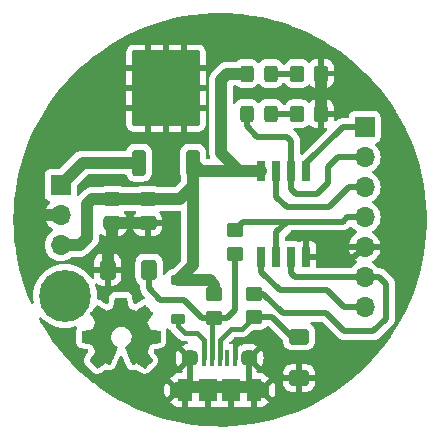
<source format=gbr>
%TF.GenerationSoftware,KiCad,Pcbnew,8.0.6*%
%TF.CreationDate,2024-12-07T20:29:56+01:00*%
%TF.ProjectId,circular PCB,63697263-756c-4617-9220-5043422e6b69,rev?*%
%TF.SameCoordinates,Original*%
%TF.FileFunction,Copper,L1,Top*%
%TF.FilePolarity,Positive*%
%FSLAX46Y46*%
G04 Gerber Fmt 4.6, Leading zero omitted, Abs format (unit mm)*
G04 Created by KiCad (PCBNEW 8.0.6) date 2024-12-07 20:29:56*
%MOMM*%
%LPD*%
G01*
G04 APERTURE LIST*
G04 Aperture macros list*
%AMRoundRect*
0 Rectangle with rounded corners*
0 $1 Rounding radius*
0 $2 $3 $4 $5 $6 $7 $8 $9 X,Y pos of 4 corners*
0 Add a 4 corners polygon primitive as box body*
4,1,4,$2,$3,$4,$5,$6,$7,$8,$9,$2,$3,0*
0 Add four circle primitives for the rounded corners*
1,1,$1+$1,$2,$3*
1,1,$1+$1,$4,$5*
1,1,$1+$1,$6,$7*
1,1,$1+$1,$8,$9*
0 Add four rect primitives between the rounded corners*
20,1,$1+$1,$2,$3,$4,$5,0*
20,1,$1+$1,$4,$5,$6,$7,0*
20,1,$1+$1,$6,$7,$8,$9,0*
20,1,$1+$1,$8,$9,$2,$3,0*%
G04 Aperture macros list end*
%TA.AperFunction,EtchedComponent*%
%ADD10C,0.010000*%
%TD*%
%TA.AperFunction,ComponentPad*%
%ADD11C,4.400000*%
%TD*%
%TA.AperFunction,SMDPad,CuDef*%
%ADD12RoundRect,0.250000X-0.475000X0.337500X-0.475000X-0.337500X0.475000X-0.337500X0.475000X0.337500X0*%
%TD*%
%TA.AperFunction,SMDPad,CuDef*%
%ADD13RoundRect,0.250000X0.450000X-0.350000X0.450000X0.350000X-0.450000X0.350000X-0.450000X-0.350000X0*%
%TD*%
%TA.AperFunction,SMDPad,CuDef*%
%ADD14RoundRect,0.250000X-0.350000X-0.450000X0.350000X-0.450000X0.350000X0.450000X-0.350000X0.450000X0*%
%TD*%
%TA.AperFunction,SMDPad,CuDef*%
%ADD15RoundRect,0.250000X0.400000X0.600000X-0.400000X0.600000X-0.400000X-0.600000X0.400000X-0.600000X0*%
%TD*%
%TA.AperFunction,SMDPad,CuDef*%
%ADD16RoundRect,0.250000X0.325000X0.450000X-0.325000X0.450000X-0.325000X-0.450000X0.325000X-0.450000X0*%
%TD*%
%TA.AperFunction,SMDPad,CuDef*%
%ADD17R,0.650000X1.700000*%
%TD*%
%TA.AperFunction,ComponentPad*%
%ADD18O,1.700000X1.700000*%
%TD*%
%TA.AperFunction,ComponentPad*%
%ADD19R,1.700000X1.700000*%
%TD*%
%TA.AperFunction,SMDPad,CuDef*%
%ADD20RoundRect,0.250000X-0.600000X0.400000X-0.600000X-0.400000X0.600000X-0.400000X0.600000X0.400000X0*%
%TD*%
%TA.AperFunction,ComponentPad*%
%ADD21C,1.450000*%
%TD*%
%TA.AperFunction,SMDPad,CuDef*%
%ADD22R,1.200000X1.900000*%
%TD*%
%TA.AperFunction,SMDPad,CuDef*%
%ADD23R,0.400000X1.350000*%
%TD*%
%TA.AperFunction,SMDPad,CuDef*%
%ADD24R,1.500000X1.900000*%
%TD*%
%TA.AperFunction,SMDPad,CuDef*%
%ADD25RoundRect,0.250000X0.350000X-0.850000X0.350000X0.850000X-0.350000X0.850000X-0.350000X-0.850000X0*%
%TD*%
%TA.AperFunction,SMDPad,CuDef*%
%ADD26RoundRect,0.250000X1.125000X-1.275000X1.125000X1.275000X-1.125000X1.275000X-1.125000X-1.275000X0*%
%TD*%
%TA.AperFunction,SMDPad,CuDef*%
%ADD27RoundRect,0.249997X2.650003X-2.950003X2.650003X2.950003X-2.650003X2.950003X-2.650003X-2.950003X0*%
%TD*%
%TA.AperFunction,SMDPad,CuDef*%
%ADD28RoundRect,0.225000X0.375000X-0.225000X0.375000X0.225000X-0.375000X0.225000X-0.375000X-0.225000X0*%
%TD*%
%TA.AperFunction,Conductor*%
%ADD29C,1.000000*%
%TD*%
%TA.AperFunction,Conductor*%
%ADD30C,0.500000*%
%TD*%
%TA.AperFunction,Conductor*%
%ADD31C,0.400000*%
%TD*%
G04 APERTURE END LIST*
D10*
%TO.C,REF\u002A\u002A*%
X184080814Y-74643931D02*
X184164635Y-75088555D01*
X184473920Y-75216053D01*
X184783206Y-75343551D01*
X185154246Y-75091246D01*
X185258157Y-75020996D01*
X185352087Y-74958272D01*
X185431652Y-74905938D01*
X185492470Y-74866857D01*
X185530157Y-74843893D01*
X185540421Y-74838942D01*
X185558910Y-74851676D01*
X185598420Y-74886882D01*
X185654522Y-74940062D01*
X185722787Y-75006718D01*
X185798786Y-75082354D01*
X185878092Y-75162472D01*
X185956275Y-75242574D01*
X186028907Y-75318164D01*
X186091559Y-75384745D01*
X186139803Y-75437818D01*
X186169210Y-75472887D01*
X186176241Y-75484623D01*
X186166123Y-75506260D01*
X186137759Y-75553662D01*
X186094129Y-75622193D01*
X186038218Y-75707215D01*
X185973006Y-75804093D01*
X185935219Y-75859350D01*
X185866343Y-75960248D01*
X185805140Y-76051299D01*
X185754578Y-76127970D01*
X185717628Y-76185728D01*
X185697258Y-76220043D01*
X185694197Y-76227254D01*
X185701136Y-76247748D01*
X185720051Y-76295513D01*
X185748087Y-76363832D01*
X185782391Y-76445989D01*
X185820109Y-76535270D01*
X185858387Y-76624958D01*
X185894370Y-76708338D01*
X185925206Y-76778694D01*
X185948039Y-76829310D01*
X185960017Y-76853471D01*
X185960724Y-76854422D01*
X185979531Y-76859036D01*
X186029618Y-76869328D01*
X186105793Y-76884287D01*
X186202865Y-76902901D01*
X186315643Y-76924159D01*
X186381442Y-76936418D01*
X186501950Y-76959362D01*
X186610797Y-76981195D01*
X186702476Y-77000722D01*
X186771481Y-77016748D01*
X186812304Y-77028079D01*
X186820511Y-77031674D01*
X186828548Y-77056006D01*
X186835033Y-77110959D01*
X186839970Y-77190108D01*
X186843364Y-77287026D01*
X186845218Y-77395287D01*
X186845538Y-77508465D01*
X186844327Y-77620135D01*
X186841590Y-77723868D01*
X186837331Y-77813241D01*
X186831555Y-77881826D01*
X186824267Y-77923197D01*
X186819895Y-77931810D01*
X186793764Y-77942133D01*
X186738393Y-77956892D01*
X186661107Y-77974352D01*
X186569230Y-77992780D01*
X186537158Y-77998741D01*
X186382524Y-78027066D01*
X186260375Y-78049876D01*
X186166673Y-78068080D01*
X186097384Y-78082583D01*
X186048471Y-78094292D01*
X186015897Y-78104115D01*
X185995628Y-78112956D01*
X185983626Y-78121724D01*
X185981947Y-78123457D01*
X185965184Y-78151371D01*
X185939614Y-78205695D01*
X185907788Y-78279777D01*
X185872260Y-78366965D01*
X185835583Y-78460608D01*
X185800311Y-78554052D01*
X185768996Y-78640647D01*
X185744193Y-78713740D01*
X185728454Y-78766678D01*
X185724332Y-78792811D01*
X185724676Y-78793726D01*
X185738641Y-78815086D01*
X185770322Y-78862084D01*
X185816391Y-78929827D01*
X185873518Y-79013423D01*
X185938373Y-79107982D01*
X185956843Y-79134854D01*
X186022699Y-79232275D01*
X186080650Y-79321163D01*
X186127538Y-79396412D01*
X186160207Y-79452920D01*
X186175500Y-79485581D01*
X186176241Y-79489593D01*
X186163392Y-79510684D01*
X186127888Y-79552464D01*
X186074293Y-79610445D01*
X186007171Y-79680135D01*
X185931087Y-79757045D01*
X185850604Y-79836683D01*
X185770287Y-79914561D01*
X185694699Y-79986186D01*
X185628405Y-80047070D01*
X185575969Y-80092721D01*
X185541955Y-80118650D01*
X185532545Y-80122883D01*
X185510643Y-80112912D01*
X185465800Y-80086020D01*
X185405321Y-80046736D01*
X185358789Y-80015117D01*
X185274475Y-79957098D01*
X185174626Y-79888784D01*
X185074473Y-79820579D01*
X185020627Y-79784075D01*
X184838371Y-79660800D01*
X184685381Y-79743520D01*
X184615682Y-79779759D01*
X184556414Y-79807926D01*
X184516311Y-79823991D01*
X184506103Y-79826226D01*
X184493829Y-79809722D01*
X184469613Y-79763082D01*
X184435263Y-79690609D01*
X184392588Y-79596606D01*
X184343394Y-79485374D01*
X184289490Y-79361215D01*
X184232684Y-79228432D01*
X184174782Y-79091327D01*
X184117593Y-78954202D01*
X184062924Y-78821358D01*
X184012584Y-78697098D01*
X183968380Y-78585725D01*
X183932119Y-78491539D01*
X183905609Y-78418844D01*
X183890658Y-78371941D01*
X183888254Y-78355833D01*
X183907311Y-78335286D01*
X183949036Y-78301933D01*
X184004706Y-78262702D01*
X184009378Y-78259599D01*
X184153264Y-78144423D01*
X184269283Y-78010053D01*
X184356430Y-77860784D01*
X184413699Y-77700913D01*
X184440086Y-77534737D01*
X184434585Y-77366552D01*
X184396190Y-77200655D01*
X184323895Y-77041342D01*
X184302626Y-77006487D01*
X184191996Y-76865737D01*
X184061302Y-76752714D01*
X183915064Y-76668003D01*
X183757808Y-76612194D01*
X183594057Y-76585874D01*
X183428333Y-76589630D01*
X183265162Y-76624050D01*
X183109065Y-76689723D01*
X182964567Y-76787235D01*
X182919869Y-76826813D01*
X182806112Y-76950703D01*
X182723218Y-77081124D01*
X182666356Y-77227315D01*
X182634687Y-77372088D01*
X182626869Y-77534860D01*
X182652938Y-77698440D01*
X182710245Y-77857298D01*
X182796144Y-78005906D01*
X182907986Y-78138735D01*
X183043123Y-78250256D01*
X183060883Y-78262011D01*
X183117150Y-78300508D01*
X183159923Y-78333863D01*
X183180372Y-78355160D01*
X183180669Y-78355833D01*
X183176279Y-78378871D01*
X183158876Y-78431157D01*
X183130268Y-78508390D01*
X183092265Y-78606268D01*
X183046674Y-78720491D01*
X182995303Y-78846758D01*
X182939962Y-78980767D01*
X182882458Y-79118218D01*
X182824601Y-79254808D01*
X182768198Y-79386237D01*
X182715058Y-79508205D01*
X182666990Y-79616409D01*
X182625801Y-79706549D01*
X182593301Y-79774323D01*
X182571297Y-79815430D01*
X182562436Y-79826226D01*
X182535360Y-79817819D01*
X182484697Y-79795272D01*
X182419183Y-79762613D01*
X182383159Y-79743520D01*
X182230168Y-79660800D01*
X182047912Y-79784075D01*
X181954875Y-79847228D01*
X181853015Y-79916727D01*
X181757562Y-79982165D01*
X181709750Y-80015117D01*
X181642505Y-80060273D01*
X181585564Y-80096057D01*
X181546354Y-80117938D01*
X181533619Y-80122563D01*
X181515083Y-80110085D01*
X181474059Y-80075252D01*
X181414525Y-80021678D01*
X181340458Y-79952983D01*
X181255835Y-79872781D01*
X181202315Y-79821286D01*
X181108681Y-79729286D01*
X181027759Y-79646999D01*
X180962823Y-79577945D01*
X180917142Y-79525644D01*
X180893989Y-79493616D01*
X180891768Y-79487116D01*
X180902076Y-79462394D01*
X180930561Y-79412405D01*
X180974063Y-79342212D01*
X181029423Y-79256875D01*
X181093480Y-79161456D01*
X181111697Y-79134854D01*
X181178073Y-79038167D01*
X181237622Y-78951117D01*
X181287016Y-78878595D01*
X181322925Y-78825493D01*
X181342019Y-78796703D01*
X181343864Y-78793726D01*
X181341105Y-78770782D01*
X181326462Y-78720336D01*
X181302487Y-78649041D01*
X181271734Y-78563547D01*
X181236756Y-78470507D01*
X181200107Y-78376574D01*
X181164339Y-78288399D01*
X181132006Y-78212634D01*
X181105662Y-78155931D01*
X181087858Y-78124943D01*
X181086593Y-78123457D01*
X181075706Y-78114601D01*
X181057318Y-78105843D01*
X181027394Y-78096277D01*
X180981897Y-78084996D01*
X180916791Y-78071093D01*
X180828039Y-78053663D01*
X180711607Y-78031798D01*
X180563458Y-78004591D01*
X180531382Y-77998741D01*
X180436314Y-77980374D01*
X180353435Y-77962405D01*
X180290070Y-77946569D01*
X180253542Y-77934600D01*
X180248644Y-77931810D01*
X180240573Y-77907072D01*
X180234013Y-77851790D01*
X180228967Y-77772389D01*
X180225441Y-77675296D01*
X180223439Y-77566938D01*
X180222964Y-77453740D01*
X180224023Y-77342128D01*
X180226618Y-77238529D01*
X180230754Y-77149368D01*
X180236437Y-77081072D01*
X180243669Y-77040066D01*
X180248029Y-77031674D01*
X180272302Y-77023208D01*
X180327574Y-77009435D01*
X180408338Y-76991550D01*
X180509088Y-76970748D01*
X180624317Y-76948223D01*
X180687098Y-76936418D01*
X180806213Y-76914151D01*
X180912435Y-76893979D01*
X181000573Y-76876915D01*
X181065434Y-76863969D01*
X181101826Y-76856155D01*
X181107816Y-76854422D01*
X181117939Y-76834890D01*
X181139338Y-76787843D01*
X181169161Y-76720003D01*
X181204555Y-76638091D01*
X181242668Y-76548828D01*
X181280647Y-76458935D01*
X181315640Y-76375135D01*
X181344794Y-76304147D01*
X181365257Y-76252694D01*
X181374177Y-76227497D01*
X181374343Y-76226396D01*
X181364231Y-76206519D01*
X181335883Y-76160777D01*
X181292277Y-76093717D01*
X181236394Y-76009884D01*
X181171213Y-75913826D01*
X181133321Y-75858650D01*
X181064275Y-75757481D01*
X181002950Y-75665630D01*
X180952337Y-75587744D01*
X180915429Y-75528469D01*
X180895218Y-75492451D01*
X180892299Y-75484377D01*
X180904847Y-75465584D01*
X180939537Y-75425457D01*
X180991937Y-75368493D01*
X181057616Y-75299185D01*
X181132144Y-75222031D01*
X181211087Y-75141525D01*
X181290017Y-75062163D01*
X181364500Y-74988440D01*
X181430106Y-74924852D01*
X181482404Y-74875894D01*
X181516961Y-74846061D01*
X181528522Y-74838942D01*
X181547346Y-74848953D01*
X181592369Y-74877078D01*
X181659213Y-74920454D01*
X181743501Y-74976218D01*
X181840856Y-75041506D01*
X181914293Y-75091246D01*
X182285333Y-75343551D01*
X182903905Y-75088555D01*
X182987725Y-74643931D01*
X183071546Y-74199307D01*
X183996994Y-74199307D01*
X184080814Y-74643931D01*
%TA.AperFunction,EtchedComponent*%
G36*
X184080814Y-74643931D02*
G01*
X184164635Y-75088555D01*
X184473920Y-75216053D01*
X184783206Y-75343551D01*
X185154246Y-75091246D01*
X185258157Y-75020996D01*
X185352087Y-74958272D01*
X185431652Y-74905938D01*
X185492470Y-74866857D01*
X185530157Y-74843893D01*
X185540421Y-74838942D01*
X185558910Y-74851676D01*
X185598420Y-74886882D01*
X185654522Y-74940062D01*
X185722787Y-75006718D01*
X185798786Y-75082354D01*
X185878092Y-75162472D01*
X185956275Y-75242574D01*
X186028907Y-75318164D01*
X186091559Y-75384745D01*
X186139803Y-75437818D01*
X186169210Y-75472887D01*
X186176241Y-75484623D01*
X186166123Y-75506260D01*
X186137759Y-75553662D01*
X186094129Y-75622193D01*
X186038218Y-75707215D01*
X185973006Y-75804093D01*
X185935219Y-75859350D01*
X185866343Y-75960248D01*
X185805140Y-76051299D01*
X185754578Y-76127970D01*
X185717628Y-76185728D01*
X185697258Y-76220043D01*
X185694197Y-76227254D01*
X185701136Y-76247748D01*
X185720051Y-76295513D01*
X185748087Y-76363832D01*
X185782391Y-76445989D01*
X185820109Y-76535270D01*
X185858387Y-76624958D01*
X185894370Y-76708338D01*
X185925206Y-76778694D01*
X185948039Y-76829310D01*
X185960017Y-76853471D01*
X185960724Y-76854422D01*
X185979531Y-76859036D01*
X186029618Y-76869328D01*
X186105793Y-76884287D01*
X186202865Y-76902901D01*
X186315643Y-76924159D01*
X186381442Y-76936418D01*
X186501950Y-76959362D01*
X186610797Y-76981195D01*
X186702476Y-77000722D01*
X186771481Y-77016748D01*
X186812304Y-77028079D01*
X186820511Y-77031674D01*
X186828548Y-77056006D01*
X186835033Y-77110959D01*
X186839970Y-77190108D01*
X186843364Y-77287026D01*
X186845218Y-77395287D01*
X186845538Y-77508465D01*
X186844327Y-77620135D01*
X186841590Y-77723868D01*
X186837331Y-77813241D01*
X186831555Y-77881826D01*
X186824267Y-77923197D01*
X186819895Y-77931810D01*
X186793764Y-77942133D01*
X186738393Y-77956892D01*
X186661107Y-77974352D01*
X186569230Y-77992780D01*
X186537158Y-77998741D01*
X186382524Y-78027066D01*
X186260375Y-78049876D01*
X186166673Y-78068080D01*
X186097384Y-78082583D01*
X186048471Y-78094292D01*
X186015897Y-78104115D01*
X185995628Y-78112956D01*
X185983626Y-78121724D01*
X185981947Y-78123457D01*
X185965184Y-78151371D01*
X185939614Y-78205695D01*
X185907788Y-78279777D01*
X185872260Y-78366965D01*
X185835583Y-78460608D01*
X185800311Y-78554052D01*
X185768996Y-78640647D01*
X185744193Y-78713740D01*
X185728454Y-78766678D01*
X185724332Y-78792811D01*
X185724676Y-78793726D01*
X185738641Y-78815086D01*
X185770322Y-78862084D01*
X185816391Y-78929827D01*
X185873518Y-79013423D01*
X185938373Y-79107982D01*
X185956843Y-79134854D01*
X186022699Y-79232275D01*
X186080650Y-79321163D01*
X186127538Y-79396412D01*
X186160207Y-79452920D01*
X186175500Y-79485581D01*
X186176241Y-79489593D01*
X186163392Y-79510684D01*
X186127888Y-79552464D01*
X186074293Y-79610445D01*
X186007171Y-79680135D01*
X185931087Y-79757045D01*
X185850604Y-79836683D01*
X185770287Y-79914561D01*
X185694699Y-79986186D01*
X185628405Y-80047070D01*
X185575969Y-80092721D01*
X185541955Y-80118650D01*
X185532545Y-80122883D01*
X185510643Y-80112912D01*
X185465800Y-80086020D01*
X185405321Y-80046736D01*
X185358789Y-80015117D01*
X185274475Y-79957098D01*
X185174626Y-79888784D01*
X185074473Y-79820579D01*
X185020627Y-79784075D01*
X184838371Y-79660800D01*
X184685381Y-79743520D01*
X184615682Y-79779759D01*
X184556414Y-79807926D01*
X184516311Y-79823991D01*
X184506103Y-79826226D01*
X184493829Y-79809722D01*
X184469613Y-79763082D01*
X184435263Y-79690609D01*
X184392588Y-79596606D01*
X184343394Y-79485374D01*
X184289490Y-79361215D01*
X184232684Y-79228432D01*
X184174782Y-79091327D01*
X184117593Y-78954202D01*
X184062924Y-78821358D01*
X184012584Y-78697098D01*
X183968380Y-78585725D01*
X183932119Y-78491539D01*
X183905609Y-78418844D01*
X183890658Y-78371941D01*
X183888254Y-78355833D01*
X183907311Y-78335286D01*
X183949036Y-78301933D01*
X184004706Y-78262702D01*
X184009378Y-78259599D01*
X184153264Y-78144423D01*
X184269283Y-78010053D01*
X184356430Y-77860784D01*
X184413699Y-77700913D01*
X184440086Y-77534737D01*
X184434585Y-77366552D01*
X184396190Y-77200655D01*
X184323895Y-77041342D01*
X184302626Y-77006487D01*
X184191996Y-76865737D01*
X184061302Y-76752714D01*
X183915064Y-76668003D01*
X183757808Y-76612194D01*
X183594057Y-76585874D01*
X183428333Y-76589630D01*
X183265162Y-76624050D01*
X183109065Y-76689723D01*
X182964567Y-76787235D01*
X182919869Y-76826813D01*
X182806112Y-76950703D01*
X182723218Y-77081124D01*
X182666356Y-77227315D01*
X182634687Y-77372088D01*
X182626869Y-77534860D01*
X182652938Y-77698440D01*
X182710245Y-77857298D01*
X182796144Y-78005906D01*
X182907986Y-78138735D01*
X183043123Y-78250256D01*
X183060883Y-78262011D01*
X183117150Y-78300508D01*
X183159923Y-78333863D01*
X183180372Y-78355160D01*
X183180669Y-78355833D01*
X183176279Y-78378871D01*
X183158876Y-78431157D01*
X183130268Y-78508390D01*
X183092265Y-78606268D01*
X183046674Y-78720491D01*
X182995303Y-78846758D01*
X182939962Y-78980767D01*
X182882458Y-79118218D01*
X182824601Y-79254808D01*
X182768198Y-79386237D01*
X182715058Y-79508205D01*
X182666990Y-79616409D01*
X182625801Y-79706549D01*
X182593301Y-79774323D01*
X182571297Y-79815430D01*
X182562436Y-79826226D01*
X182535360Y-79817819D01*
X182484697Y-79795272D01*
X182419183Y-79762613D01*
X182383159Y-79743520D01*
X182230168Y-79660800D01*
X182047912Y-79784075D01*
X181954875Y-79847228D01*
X181853015Y-79916727D01*
X181757562Y-79982165D01*
X181709750Y-80015117D01*
X181642505Y-80060273D01*
X181585564Y-80096057D01*
X181546354Y-80117938D01*
X181533619Y-80122563D01*
X181515083Y-80110085D01*
X181474059Y-80075252D01*
X181414525Y-80021678D01*
X181340458Y-79952983D01*
X181255835Y-79872781D01*
X181202315Y-79821286D01*
X181108681Y-79729286D01*
X181027759Y-79646999D01*
X180962823Y-79577945D01*
X180917142Y-79525644D01*
X180893989Y-79493616D01*
X180891768Y-79487116D01*
X180902076Y-79462394D01*
X180930561Y-79412405D01*
X180974063Y-79342212D01*
X181029423Y-79256875D01*
X181093480Y-79161456D01*
X181111697Y-79134854D01*
X181178073Y-79038167D01*
X181237622Y-78951117D01*
X181287016Y-78878595D01*
X181322925Y-78825493D01*
X181342019Y-78796703D01*
X181343864Y-78793726D01*
X181341105Y-78770782D01*
X181326462Y-78720336D01*
X181302487Y-78649041D01*
X181271734Y-78563547D01*
X181236756Y-78470507D01*
X181200107Y-78376574D01*
X181164339Y-78288399D01*
X181132006Y-78212634D01*
X181105662Y-78155931D01*
X181087858Y-78124943D01*
X181086593Y-78123457D01*
X181075706Y-78114601D01*
X181057318Y-78105843D01*
X181027394Y-78096277D01*
X180981897Y-78084996D01*
X180916791Y-78071093D01*
X180828039Y-78053663D01*
X180711607Y-78031798D01*
X180563458Y-78004591D01*
X180531382Y-77998741D01*
X180436314Y-77980374D01*
X180353435Y-77962405D01*
X180290070Y-77946569D01*
X180253542Y-77934600D01*
X180248644Y-77931810D01*
X180240573Y-77907072D01*
X180234013Y-77851790D01*
X180228967Y-77772389D01*
X180225441Y-77675296D01*
X180223439Y-77566938D01*
X180222964Y-77453740D01*
X180224023Y-77342128D01*
X180226618Y-77238529D01*
X180230754Y-77149368D01*
X180236437Y-77081072D01*
X180243669Y-77040066D01*
X180248029Y-77031674D01*
X180272302Y-77023208D01*
X180327574Y-77009435D01*
X180408338Y-76991550D01*
X180509088Y-76970748D01*
X180624317Y-76948223D01*
X180687098Y-76936418D01*
X180806213Y-76914151D01*
X180912435Y-76893979D01*
X181000573Y-76876915D01*
X181065434Y-76863969D01*
X181101826Y-76856155D01*
X181107816Y-76854422D01*
X181117939Y-76834890D01*
X181139338Y-76787843D01*
X181169161Y-76720003D01*
X181204555Y-76638091D01*
X181242668Y-76548828D01*
X181280647Y-76458935D01*
X181315640Y-76375135D01*
X181344794Y-76304147D01*
X181365257Y-76252694D01*
X181374177Y-76227497D01*
X181374343Y-76226396D01*
X181364231Y-76206519D01*
X181335883Y-76160777D01*
X181292277Y-76093717D01*
X181236394Y-76009884D01*
X181171213Y-75913826D01*
X181133321Y-75858650D01*
X181064275Y-75757481D01*
X181002950Y-75665630D01*
X180952337Y-75587744D01*
X180915429Y-75528469D01*
X180895218Y-75492451D01*
X180892299Y-75484377D01*
X180904847Y-75465584D01*
X180939537Y-75425457D01*
X180991937Y-75368493D01*
X181057616Y-75299185D01*
X181132144Y-75222031D01*
X181211087Y-75141525D01*
X181290017Y-75062163D01*
X181364500Y-74988440D01*
X181430106Y-74924852D01*
X181482404Y-74875894D01*
X181516961Y-74846061D01*
X181528522Y-74838942D01*
X181547346Y-74848953D01*
X181592369Y-74877078D01*
X181659213Y-74920454D01*
X181743501Y-74976218D01*
X181840856Y-75041506D01*
X181914293Y-75091246D01*
X182285333Y-75343551D01*
X182903905Y-75088555D01*
X182987725Y-74643931D01*
X183071546Y-74199307D01*
X183996994Y-74199307D01*
X184080814Y-74643931D01*
G37*
%TD.AperFunction*%
%TD*%
D11*
%TO.P,M2,1*%
%TO.N,N/C*%
X178800000Y-74050000D03*
%TD*%
D12*
%TO.P,C1,2*%
%TO.N,GND1*%
X185810000Y-67895000D03*
%TO.P,C1,1*%
%TO.N,+5V*%
X185810000Y-65820000D03*
%TD*%
D13*
%TO.P,R2,2*%
%TO.N,Net-(J1-Pin_4)*%
X193160000Y-68450000D03*
%TO.P,R2,1*%
%TO.N,Net-(D2-K)*%
X193160000Y-70450000D03*
%TD*%
D12*
%TO.P,C2,2*%
%TO.N,GND1*%
X182800000Y-67895000D03*
%TO.P,C2,1*%
%TO.N,+5V*%
X182800000Y-65820000D03*
%TD*%
D13*
%TO.P,R4,2*%
%TO.N,Net-(J1-Pin_6)*%
X194780000Y-73840000D03*
%TO.P,R4,1*%
%TO.N,Net-(D5-K)*%
X194780000Y-75840000D03*
%TD*%
D14*
%TO.P,R3,2*%
%TO.N,GND1*%
X200470000Y-55210000D03*
%TO.P,R3,1*%
%TO.N,Net-(D4-K)*%
X198470000Y-55210000D03*
%TD*%
D15*
%TO.P,D2,2,A*%
%TO.N,GND1*%
X182417500Y-71810000D03*
%TO.P,D2,1,K*%
%TO.N,Net-(D2-K)*%
X185917500Y-71810000D03*
%TD*%
D16*
%TO.P,L1,1,K*%
%TO.N,Net-(D1-K)*%
X196230000Y-58600000D03*
%TO.P,L1,2,A*%
%TO.N,Net-(D1-A)*%
X194180000Y-58600000D03*
%TD*%
D17*
%TO.P,U1,8,VCC*%
%TO.N,+5V*%
X195435000Y-63470000D03*
%TO.P,U1,7,PB2*%
%TO.N,Net-(J1-Pin_3)*%
X196705000Y-63470000D03*
%TO.P,U1,6,PB1*%
%TO.N,Net-(D1-A)*%
X197975000Y-63470000D03*
%TO.P,U1,5,AREF/PB0*%
%TO.N,Net-(J1-Pin_1)*%
X199245000Y-63470000D03*
%TO.P,U1,4,GND*%
%TO.N,GND1*%
X199245000Y-70770000D03*
%TO.P,U1,3,XTAL2/PB4*%
%TO.N,Net-(J1-Pin_6)*%
X197975000Y-70770000D03*
%TO.P,U1,2,XTAL1/PB3*%
%TO.N,Net-(J1-Pin_4)*%
X196705000Y-70770000D03*
%TO.P,U1,1,~{RESET}/PB5*%
%TO.N,Net-(J1-Pin_7)*%
X195435000Y-70770000D03*
%TD*%
D18*
%TO.P,J2,3,Pin_3*%
%TO.N,+5V*%
X178430000Y-69730000D03*
%TO.P,J2,2,Pin_2*%
%TO.N,GND1*%
X178430000Y-67190000D03*
D19*
%TO.P,J2,1,Pin_1*%
%TO.N,Net-(J2-Pin_1)*%
X178430000Y-64650000D03*
%TD*%
D14*
%TO.P,R1,2*%
%TO.N,GND1*%
X200480000Y-58610000D03*
%TO.P,R1,1*%
%TO.N,Net-(D1-K)*%
X198480000Y-58610000D03*
%TD*%
D20*
%TO.P,D5,2,A*%
%TO.N,GND1*%
X198620000Y-80990000D03*
%TO.P,D5,1,K*%
%TO.N,Net-(D5-K)*%
X198620000Y-77490000D03*
%TD*%
D21*
%TO.P,J3,5,GND*%
%TO.N,GND1*%
X195390000Y-82007500D03*
D22*
X194790000Y-82007500D03*
D21*
X194390000Y-79307500D03*
D23*
X193190000Y-79307500D03*
D24*
X192890000Y-82007500D03*
X190890000Y-82007500D03*
D21*
X189390000Y-79307500D03*
D22*
X188990000Y-82007500D03*
D21*
X188390000Y-82007500D03*
D23*
%TO.P,J3,4,ID*%
%TO.N,unconnected-(J3-ID-Pad4)*%
X192540000Y-79307500D03*
%TO.P,J3,3,D+*%
%TO.N,Net-(D5-K)*%
X191890000Y-79307500D03*
%TO.P,J3,2,D-*%
%TO.N,Net-(D2-K)*%
X191240000Y-79307500D03*
%TO.P,J3,1,VBUS*%
%TO.N,Net-(D3-K)*%
X190590000Y-79307500D03*
%TD*%
D13*
%TO.P,R5,2*%
%TO.N,+5V*%
X191440000Y-73890000D03*
%TO.P,R5,1*%
%TO.N,Net-(D2-K)*%
X191440000Y-75890000D03*
%TD*%
D16*
%TO.P,L2,1,K*%
%TO.N,Net-(D4-K)*%
X196220000Y-55210000D03*
%TO.P,L2,2,A*%
%TO.N,+5V*%
X194170000Y-55210000D03*
%TD*%
D25*
%TO.P,U2,3,OUT*%
%TO.N,+5V*%
X189635000Y-62755000D03*
D26*
%TO.P,U2,2,GND*%
%TO.N,GND1*%
X188880000Y-54780000D03*
X185830000Y-54780000D03*
D27*
X187355000Y-56455000D03*
D26*
X188880000Y-58130000D03*
X185830000Y-58130000D03*
D25*
%TO.P,U2,1,IN*%
%TO.N,Net-(J2-Pin_1)*%
X185075000Y-62755000D03*
%TD*%
D18*
%TO.P,J1,7,Pin_7*%
%TO.N,Net-(J1-Pin_7)*%
X204170000Y-74990000D03*
%TO.P,J1,6,Pin_6*%
%TO.N,Net-(J1-Pin_6)*%
X204170000Y-72450000D03*
%TO.P,J1,5,Pin_5*%
%TO.N,GND1*%
X204170000Y-69910000D03*
%TO.P,J1,4,Pin_4*%
%TO.N,Net-(J1-Pin_4)*%
X204170000Y-67370000D03*
%TO.P,J1,3,Pin_3*%
%TO.N,Net-(J1-Pin_3)*%
X204170000Y-64830000D03*
%TO.P,J1,2,Pin_2*%
%TO.N,Net-(D1-A)*%
X204170000Y-62290000D03*
D19*
%TO.P,J1,1,Pin_1*%
%TO.N,Net-(J1-Pin_1)*%
X204170000Y-59750000D03*
%TD*%
D28*
%TO.P,D3,2,A*%
%TO.N,+5V*%
X188350000Y-72710000D03*
%TO.P,D3,1,K*%
%TO.N,Net-(D3-K)*%
X188350000Y-76010000D03*
%TD*%
D29*
%TO.N,+5V*%
X188350000Y-72710000D02*
X189635000Y-71425000D01*
X192020000Y-55730000D02*
X192020000Y-61940000D01*
X181110000Y-65820000D02*
X182800000Y-65820000D01*
X189635000Y-71425000D02*
X189635000Y-64705000D01*
X190350000Y-63470000D02*
X189635000Y-62755000D01*
X195435000Y-63470000D02*
X193550000Y-63470000D01*
X192540000Y-55210000D02*
X192020000Y-55730000D01*
X191060000Y-72710000D02*
X188350000Y-72710000D01*
X189635000Y-64705000D02*
X189635000Y-62755000D01*
X194170000Y-55210000D02*
X192540000Y-55210000D01*
X193550000Y-63470000D02*
X190350000Y-63470000D01*
X180680000Y-69110000D02*
X180680000Y-66250000D01*
X178430000Y-69730000D02*
X180060000Y-69730000D01*
X188520000Y-65820000D02*
X189635000Y-64705000D01*
X180060000Y-69730000D02*
X180680000Y-69110000D01*
X180680000Y-66250000D02*
X181110000Y-65820000D01*
X182800000Y-65820000D02*
X185810000Y-65820000D01*
X191440000Y-73890000D02*
X191440000Y-73090000D01*
X185810000Y-65820000D02*
X188520000Y-65820000D01*
X191440000Y-73090000D02*
X191060000Y-72710000D01*
X192020000Y-61940000D02*
X193550000Y-63470000D01*
D30*
%TO.N,GND1*%
X199245000Y-70770000D02*
X203310000Y-70770000D01*
D29*
X182800000Y-70010000D02*
X182417500Y-70392500D01*
D31*
X196270000Y-77760000D02*
X193690000Y-77760000D01*
X197360000Y-80990000D02*
X196950000Y-80580000D01*
D30*
X203310000Y-70770000D02*
X204170000Y-69910000D01*
D29*
X200470000Y-58600000D02*
X200480000Y-58610000D01*
D31*
X198620000Y-80990000D02*
X197360000Y-80990000D01*
D30*
X189400000Y-81140000D02*
X189000000Y-81540000D01*
D29*
X182800000Y-67895000D02*
X185810000Y-67895000D01*
X200470000Y-55210000D02*
X200470000Y-58600000D01*
X178430000Y-67190000D02*
X176520000Y-67190000D01*
D30*
X194400000Y-78840000D02*
X194400000Y-81140000D01*
D29*
X182417500Y-71810000D02*
X182417500Y-70392500D01*
D30*
X189400000Y-78840000D02*
X189400000Y-81140000D01*
D31*
X193190000Y-78260000D02*
X193190000Y-79307500D01*
X193690000Y-77760000D02*
X193190000Y-78260000D01*
D30*
X194400000Y-81140000D02*
X194800000Y-81540000D01*
X189000000Y-81540000D02*
X195400000Y-81540000D01*
D31*
X196950000Y-78440000D02*
X196270000Y-77760000D01*
D30*
X203780000Y-69910000D02*
X204170000Y-69910000D01*
D31*
X196950000Y-80580000D02*
X196950000Y-78440000D01*
D29*
X182800000Y-67895000D02*
X182800000Y-70010000D01*
D30*
%TO.N,Net-(D1-K)*%
X196230000Y-58600000D02*
X198470000Y-58600000D01*
X198470000Y-58600000D02*
X198480000Y-58610000D01*
%TO.N,Net-(D1-A)*%
X200170000Y-65410000D02*
X201090000Y-64490000D01*
X194180000Y-59640000D02*
X195100000Y-60560000D01*
X194180000Y-58600000D02*
X194180000Y-59640000D01*
X198390000Y-65410000D02*
X200170000Y-65410000D01*
X197975000Y-64995000D02*
X198390000Y-65410000D01*
X201090000Y-64490000D02*
X201090000Y-63100000D01*
X197975000Y-60895000D02*
X197975000Y-63470000D01*
X201090000Y-63100000D02*
X201900000Y-62290000D01*
X197975000Y-63470000D02*
X197975000Y-64995000D01*
X197640000Y-60560000D02*
X197975000Y-60895000D01*
X201900000Y-62290000D02*
X204170000Y-62290000D01*
X195100000Y-60560000D02*
X197640000Y-60560000D01*
D31*
%TO.N,Net-(D2-K)*%
X191240000Y-79307500D02*
X191240000Y-76090000D01*
D30*
X186860000Y-74350000D02*
X185917500Y-73407500D01*
X193160000Y-75240000D02*
X193160000Y-70450000D01*
X185917500Y-73407500D02*
X185917500Y-71810000D01*
D31*
X191240000Y-76090000D02*
X191440000Y-75890000D01*
D30*
X192510000Y-75890000D02*
X193160000Y-75240000D01*
X191440000Y-75890000D02*
X190400000Y-75890000D01*
X190400000Y-75890000D02*
X188860000Y-74350000D01*
X191440000Y-75890000D02*
X192510000Y-75890000D01*
X188860000Y-74350000D02*
X186860000Y-74350000D01*
D31*
%TO.N,Net-(D3-K)*%
X188350000Y-76590000D02*
X188350000Y-76010000D01*
X190590000Y-79307500D02*
X190590000Y-77740000D01*
X190590000Y-77740000D02*
X190020000Y-77170000D01*
X188930000Y-77170000D02*
X188350000Y-76590000D01*
X190020000Y-77170000D02*
X188930000Y-77170000D01*
D30*
%TO.N,Net-(D4-K)*%
X196220000Y-55210000D02*
X198470000Y-55210000D01*
D31*
%TO.N,Net-(D5-K)*%
X191890000Y-79307500D02*
X191890000Y-77775000D01*
X193780000Y-76840000D02*
X194780000Y-75840000D01*
D30*
X198020000Y-77490000D02*
X196370000Y-75840000D01*
D31*
X191890000Y-77775000D02*
X192825000Y-76840000D01*
D30*
X198620000Y-77490000D02*
X198020000Y-77490000D01*
D31*
X192825000Y-76840000D02*
X193780000Y-76840000D01*
D30*
X196370000Y-75840000D02*
X194780000Y-75840000D01*
%TO.N,Net-(J1-Pin_1)*%
X202310000Y-59750000D02*
X204170000Y-59750000D01*
X199245000Y-63470000D02*
X199245000Y-62815000D01*
X199245000Y-62815000D02*
X202310000Y-59750000D01*
%TO.N,Net-(J1-Pin_3)*%
X196705000Y-65655000D02*
X197570000Y-66520000D01*
X197570000Y-66520000D02*
X201160000Y-66520000D01*
X196705000Y-63470000D02*
X196705000Y-65655000D01*
X201160000Y-66520000D02*
X202850000Y-64830000D01*
X202850000Y-64830000D02*
X204170000Y-64830000D01*
%TO.N,Net-(J1-Pin_4)*%
X202310000Y-67740000D02*
X202680000Y-67370000D01*
X197630000Y-67740000D02*
X196705000Y-68665000D01*
X202680000Y-67370000D02*
X204170000Y-67370000D01*
X193160000Y-68450000D02*
X193870000Y-67740000D01*
X193870000Y-67740000D02*
X197630000Y-67740000D01*
X196705000Y-68665000D02*
X196705000Y-70770000D01*
X197630000Y-67740000D02*
X202310000Y-67740000D01*
%TO.N,Net-(J1-Pin_6)*%
X197230000Y-75490000D02*
X200900000Y-75490000D01*
X206000000Y-73030000D02*
X205420000Y-72450000D01*
X197975000Y-70770000D02*
X197975000Y-72120000D01*
X205420000Y-72450000D02*
X204170000Y-72450000D01*
X204920000Y-77050000D02*
X206000000Y-75970000D01*
X194780000Y-73840000D02*
X195580000Y-73840000D01*
X200900000Y-75490000D02*
X202460000Y-77050000D01*
X198305000Y-72450000D02*
X204170000Y-72450000D01*
X206000000Y-75970000D02*
X206000000Y-73030000D01*
X197975000Y-72120000D02*
X198305000Y-72450000D01*
X195580000Y-73840000D02*
X197230000Y-75490000D01*
X202460000Y-77050000D02*
X204920000Y-77050000D01*
D29*
%TO.N,Net-(J2-Pin_1)*%
X180325000Y-62755000D02*
X185075000Y-62755000D01*
X178430000Y-64650000D02*
X180325000Y-62755000D01*
D30*
%TO.N,Net-(J1-Pin_7)*%
X197020000Y-73560000D02*
X200980000Y-73560000D01*
X202410000Y-74990000D02*
X204170000Y-74990000D01*
X195435000Y-71975000D02*
X197020000Y-73560000D01*
X195435000Y-70770000D02*
X195435000Y-71975000D01*
X200980000Y-73560000D02*
X202410000Y-74990000D01*
%TD*%
%TA.AperFunction,Conductor*%
%TO.N,GND1*%
G36*
X192152799Y-50098847D02*
G01*
X192985780Y-50128824D01*
X192991675Y-50129178D01*
X193822218Y-50199055D01*
X193828065Y-50199688D01*
X194615993Y-50304222D01*
X194654311Y-50309306D01*
X194660188Y-50310229D01*
X195480203Y-50459330D01*
X195486015Y-50460531D01*
X195868245Y-50549152D01*
X196297939Y-50648777D01*
X196303700Y-50650259D01*
X197105669Y-50877217D01*
X197111292Y-50878955D01*
X197901491Y-51144112D01*
X197907068Y-51146134D01*
X198683593Y-51448853D01*
X198689081Y-51451145D01*
X199450202Y-51790748D01*
X199455557Y-51793292D01*
X200199556Y-52169013D01*
X200204782Y-52171812D01*
X200929880Y-52582754D01*
X200934965Y-52585799D01*
X201639568Y-53031060D01*
X201644486Y-53034336D01*
X202326890Y-53512838D01*
X202331671Y-53516364D01*
X202658309Y-53769606D01*
X202990349Y-54027035D01*
X202994956Y-54030787D01*
X203628121Y-54572218D01*
X203628393Y-54572450D01*
X203632819Y-54576422D01*
X204239565Y-55147840D01*
X204243795Y-55152020D01*
X204782042Y-55709986D01*
X204822434Y-55751857D01*
X204826452Y-55756227D01*
X205341709Y-56344358D01*
X205375674Y-56383126D01*
X205379476Y-56387681D01*
X205638158Y-56713200D01*
X205898013Y-57040195D01*
X205901601Y-57044939D01*
X206388253Y-57721560D01*
X206391608Y-57726469D01*
X206845260Y-58425644D01*
X206848376Y-58430709D01*
X207267981Y-59150821D01*
X207270845Y-59156020D01*
X207653226Y-59891165D01*
X207655445Y-59895431D01*
X207658058Y-59900764D01*
X207713988Y-60022180D01*
X208006764Y-60657763D01*
X208009122Y-60663222D01*
X208321133Y-61436065D01*
X208323223Y-61441623D01*
X208422789Y-61726949D01*
X208597825Y-62228552D01*
X208599649Y-62234212D01*
X208836205Y-63033397D01*
X208837755Y-63039138D01*
X209035714Y-63848716D01*
X209036988Y-63854525D01*
X209195909Y-64672680D01*
X209196903Y-64678543D01*
X209316416Y-65503395D01*
X209317127Y-65509299D01*
X209396955Y-66338919D01*
X209397382Y-66344851D01*
X209437358Y-67177686D01*
X209437499Y-67182888D01*
X209439995Y-67599257D01*
X209439995Y-67600743D01*
X209437499Y-68017111D01*
X209437358Y-68022313D01*
X209397382Y-68855148D01*
X209396955Y-68861080D01*
X209317127Y-69690700D01*
X209316416Y-69696604D01*
X209196903Y-70521456D01*
X209195909Y-70527319D01*
X209036988Y-71345474D01*
X209035714Y-71351283D01*
X208837755Y-72160861D01*
X208836205Y-72166602D01*
X208599649Y-72965787D01*
X208597825Y-72971447D01*
X208323227Y-73758367D01*
X208321133Y-73763934D01*
X208009122Y-74536777D01*
X208006764Y-74542236D01*
X207658062Y-75299228D01*
X207655445Y-75304568D01*
X207270851Y-76043969D01*
X207267981Y-76049178D01*
X206848376Y-76769290D01*
X206845260Y-76774355D01*
X206391608Y-77473530D01*
X206388253Y-77478439D01*
X205901601Y-78155060D01*
X205898013Y-78159804D01*
X205379484Y-78812308D01*
X205375674Y-78816873D01*
X204826459Y-79443764D01*
X204822434Y-79448142D01*
X204243795Y-80047979D01*
X204239565Y-80052159D01*
X203632819Y-80623577D01*
X203628393Y-80627549D01*
X202994960Y-81169209D01*
X202990349Y-81172964D01*
X202331676Y-81683631D01*
X202326890Y-81687161D01*
X201644502Y-82165652D01*
X201639553Y-82168949D01*
X200934973Y-82614195D01*
X200929871Y-82617250D01*
X200204791Y-83028182D01*
X200199548Y-83030990D01*
X199455565Y-83406703D01*
X199450194Y-83409255D01*
X198689080Y-83748854D01*
X198683593Y-83751146D01*
X197907068Y-84053865D01*
X197901477Y-84055892D01*
X197111328Y-84321033D01*
X197105646Y-84322789D01*
X196303698Y-84549740D01*
X196297939Y-84551222D01*
X195486021Y-84739466D01*
X195480197Y-84740670D01*
X194660186Y-84889770D01*
X194654311Y-84890693D01*
X193828098Y-85000307D01*
X193822186Y-85000947D01*
X192991695Y-85070819D01*
X192985759Y-85071176D01*
X192152830Y-85101151D01*
X192146883Y-85101222D01*
X191313499Y-85091228D01*
X191307556Y-85091014D01*
X190475619Y-85041076D01*
X190469693Y-85040578D01*
X189641083Y-84950809D01*
X189635188Y-84950027D01*
X188811840Y-84820633D01*
X188805989Y-84819569D01*
X187989782Y-84650847D01*
X187983989Y-84649503D01*
X187176848Y-84441851D01*
X187171126Y-84440232D01*
X186374837Y-84194112D01*
X186369199Y-84192220D01*
X185585639Y-83908209D01*
X185580098Y-83906049D01*
X184811054Y-83584797D01*
X184805623Y-83582374D01*
X184052843Y-83224607D01*
X184047553Y-83221935D01*
X183685718Y-83028182D01*
X183312815Y-82828501D01*
X183307641Y-82825569D01*
X182592599Y-82397354D01*
X182587572Y-82394177D01*
X182107369Y-82074356D01*
X181893888Y-81932175D01*
X181889028Y-81928767D01*
X181876895Y-81919818D01*
X181226358Y-81439986D01*
X181218293Y-81434037D01*
X181213593Y-81430393D01*
X180567355Y-80904080D01*
X180562835Y-80900215D01*
X180555910Y-80894000D01*
X180187924Y-80563727D01*
X179942569Y-80343517D01*
X179938240Y-80339440D01*
X179421241Y-79828604D01*
X179345378Y-79753645D01*
X179341255Y-79749371D01*
X178777155Y-79135819D01*
X178773243Y-79131354D01*
X178742045Y-79093972D01*
X178512761Y-78819237D01*
X178239204Y-78491454D01*
X178235505Y-78486799D01*
X178232413Y-78482710D01*
X177732778Y-77822057D01*
X177729320Y-77817249D01*
X177658830Y-77714112D01*
X177259018Y-77129133D01*
X177255786Y-77124151D01*
X177241726Y-77101300D01*
X176932796Y-76599201D01*
X176819030Y-76414299D01*
X176816036Y-76409161D01*
X176802681Y-76384924D01*
X176594857Y-76007751D01*
X176579746Y-75939536D01*
X176603913Y-75873979D01*
X176659687Y-75831894D01*
X176729359Y-75826644D01*
X176790809Y-75859895D01*
X176791144Y-75860229D01*
X177005960Y-76075045D01*
X177263131Y-76276526D01*
X177263134Y-76276528D01*
X177263137Y-76276530D01*
X177542721Y-76445545D01*
X177840639Y-76579627D01*
X177840652Y-76579631D01*
X177840657Y-76579633D01*
X178061860Y-76648562D01*
X178152547Y-76676821D01*
X178473896Y-76735710D01*
X178800000Y-76755436D01*
X179126104Y-76735710D01*
X179447453Y-76676821D01*
X179652542Y-76612913D01*
X179722402Y-76611761D01*
X179781794Y-76648562D01*
X179811862Y-76711631D01*
X179803060Y-76780944D01*
X179795121Y-76796151D01*
X179795022Y-76796311D01*
X179790654Y-76804719D01*
X179786273Y-76813350D01*
X179786267Y-76813364D01*
X179740929Y-76951392D01*
X179733698Y-76992389D01*
X179733693Y-76992419D01*
X179727697Y-77038720D01*
X179727694Y-77038746D01*
X179722013Y-77107017D01*
X179720801Y-77125726D01*
X179716666Y-77214873D01*
X179716276Y-77225781D01*
X179713682Y-77329386D01*
X179713545Y-77337283D01*
X179712522Y-77445185D01*
X179712487Y-77448896D01*
X179712485Y-77449739D01*
X179712468Y-77455943D01*
X179712943Y-77569089D01*
X179713025Y-77576351D01*
X179715028Y-77684774D01*
X179715277Y-77693822D01*
X179718800Y-77790857D01*
X179719497Y-77804821D01*
X179724540Y-77884171D01*
X179727068Y-77911933D01*
X179733628Y-77967217D01*
X179733631Y-77967236D01*
X179755251Y-78065419D01*
X179763317Y-78090141D01*
X179763325Y-78090162D01*
X179780945Y-78132000D01*
X179796262Y-78168370D01*
X179881233Y-78286239D01*
X179991996Y-78372305D01*
X179995969Y-78375392D01*
X179995972Y-78375394D01*
X180000870Y-78378184D01*
X180094583Y-78419721D01*
X180094587Y-78419722D01*
X180131112Y-78431690D01*
X180166297Y-78441837D01*
X180178979Y-78445006D01*
X180229659Y-78457672D01*
X180240075Y-78460102D01*
X180245282Y-78461318D01*
X180328094Y-78479272D01*
X180328117Y-78479276D01*
X180328146Y-78479283D01*
X180339477Y-78481605D01*
X180434545Y-78499972D01*
X180439788Y-78500957D01*
X180471712Y-78506779D01*
X180471854Y-78506850D01*
X180471863Y-78506807D01*
X180504417Y-78512785D01*
X180618231Y-78533686D01*
X180628138Y-78535546D01*
X180653330Y-78540278D01*
X180715584Y-78571999D01*
X180745960Y-78617077D01*
X180759057Y-78650646D01*
X180765086Y-78720255D01*
X180745768Y-78765895D01*
X180690871Y-78845861D01*
X180690828Y-78845926D01*
X180690493Y-78846414D01*
X180688754Y-78848954D01*
X180672315Y-78872958D01*
X180669468Y-78877158D01*
X180605610Y-78972280D01*
X180601149Y-78979041D01*
X180545800Y-79064360D01*
X180540157Y-79073258D01*
X180496617Y-79143512D01*
X180487025Y-79159648D01*
X180458539Y-79209637D01*
X180430893Y-79265931D01*
X180420582Y-79290662D01*
X180396137Y-79364804D01*
X180381754Y-79509394D01*
X180408689Y-79652179D01*
X180408691Y-79652183D01*
X180410903Y-79658659D01*
X180412766Y-79664012D01*
X180412769Y-79664020D01*
X180480270Y-79792693D01*
X180503423Y-79824721D01*
X180532652Y-79861467D01*
X180532666Y-79861483D01*
X180578340Y-79913777D01*
X180590923Y-79927661D01*
X180655838Y-79996693D01*
X180663785Y-80004956D01*
X180744701Y-80087237D01*
X180750904Y-80093437D01*
X180844455Y-80185357D01*
X180847699Y-80188510D01*
X180848364Y-80189156D01*
X180901884Y-80240651D01*
X180904666Y-80243308D01*
X180944500Y-80281061D01*
X180989205Y-80323431D01*
X180989264Y-80323487D01*
X180989289Y-80323510D01*
X180993309Y-80327279D01*
X181067376Y-80395974D01*
X181073042Y-80401151D01*
X181132576Y-80454725D01*
X181143640Y-80464397D01*
X181184664Y-80499230D01*
X181230003Y-80533570D01*
X181230017Y-80533579D01*
X181230026Y-80533586D01*
X181248526Y-80546040D01*
X181285099Y-80568487D01*
X181285108Y-80568491D01*
X181420797Y-80620440D01*
X181420800Y-80620441D01*
X181565638Y-80632058D01*
X181565638Y-80632057D01*
X181565639Y-80632058D01*
X181565641Y-80632058D01*
X181651548Y-80614145D01*
X181707882Y-80602399D01*
X181720617Y-80597774D01*
X181795123Y-80563723D01*
X181834333Y-80541842D01*
X181857197Y-80528291D01*
X181914138Y-80492507D01*
X181927100Y-80484084D01*
X181994345Y-80438928D01*
X181998634Y-80436010D01*
X181999366Y-80435513D01*
X181999390Y-80435495D01*
X181999448Y-80435457D01*
X182046806Y-80402817D01*
X182141138Y-80338148D01*
X182205539Y-80294206D01*
X182272009Y-80272683D01*
X182325839Y-80283347D01*
X182327793Y-80284216D01*
X182327803Y-80284220D01*
X182383971Y-80305355D01*
X182383983Y-80305359D01*
X182400667Y-80310539D01*
X182411057Y-80313765D01*
X182431747Y-80319714D01*
X182431746Y-80319714D01*
X182431750Y-80319715D01*
X182576076Y-80336544D01*
X182719297Y-80312029D01*
X182849809Y-80248158D01*
X182957041Y-80150105D01*
X182965902Y-80139309D01*
X183021373Y-80056349D01*
X183043377Y-80015242D01*
X183053612Y-79995058D01*
X183086112Y-79927284D01*
X183090122Y-79918718D01*
X183131311Y-79828578D01*
X183133527Y-79823661D01*
X183181595Y-79715457D01*
X183183067Y-79712111D01*
X183183095Y-79712044D01*
X183183160Y-79711899D01*
X183236272Y-79589994D01*
X183237324Y-79587561D01*
X183293783Y-79456001D01*
X183294095Y-79455266D01*
X183294670Y-79453920D01*
X183352527Y-79317330D01*
X183353405Y-79315243D01*
X183410909Y-79177792D01*
X183411811Y-79175624D01*
X183419664Y-79156605D01*
X183463445Y-79102157D01*
X183529715Y-79080020D01*
X183597433Y-79097225D01*
X183645099Y-79148311D01*
X183648722Y-79156206D01*
X183703662Y-79287939D01*
X183704438Y-79289789D01*
X183762412Y-79427066D01*
X183763276Y-79429098D01*
X183781435Y-79471544D01*
X183820137Y-79562009D01*
X183821126Y-79564305D01*
X183821264Y-79564624D01*
X183875159Y-79688762D01*
X183876555Y-79691948D01*
X183925676Y-79803016D01*
X183927652Y-79807424D01*
X183927746Y-79807633D01*
X183947204Y-79850494D01*
X183970420Y-79901634D01*
X183973971Y-79909289D01*
X184008307Y-79981731D01*
X184016541Y-79998318D01*
X184040751Y-80044947D01*
X184040753Y-80044950D01*
X184040759Y-80044961D01*
X184047886Y-80056349D01*
X184084189Y-80114362D01*
X184084207Y-80114388D01*
X184096381Y-80130756D01*
X184096467Y-80130871D01*
X184097839Y-80132707D01*
X184200722Y-80235313D01*
X184328345Y-80304778D01*
X184470369Y-80335474D01*
X184470370Y-80335473D01*
X184470372Y-80335474D01*
X184518675Y-80331953D01*
X184615288Y-80324913D01*
X184625496Y-80322678D01*
X184706148Y-80297881D01*
X184746251Y-80281816D01*
X184746261Y-80281811D01*
X184746994Y-80281518D01*
X184816546Y-80274861D01*
X184862902Y-80294134D01*
X184886770Y-80310388D01*
X184886941Y-80310504D01*
X184985544Y-80377966D01*
X185069091Y-80435457D01*
X185069553Y-80435775D01*
X185071725Y-80437260D01*
X185071726Y-80437260D01*
X185071871Y-80437359D01*
X185118403Y-80468978D01*
X185127241Y-80474850D01*
X185187720Y-80514134D01*
X185203249Y-80523830D01*
X185248092Y-80550722D01*
X185299123Y-80577530D01*
X185299129Y-80577532D01*
X185299141Y-80577539D01*
X185313794Y-80584209D01*
X185321025Y-80587501D01*
X185457026Y-80627766D01*
X185602327Y-80628591D01*
X185741974Y-80588447D01*
X185751384Y-80584214D01*
X185851443Y-80524640D01*
X185885457Y-80498711D01*
X185911176Y-80477749D01*
X185963612Y-80432098D01*
X185973715Y-80423064D01*
X186040009Y-80362180D01*
X186045832Y-80356747D01*
X186121420Y-80285122D01*
X186125657Y-80281061D01*
X186205974Y-80203183D01*
X186209672Y-80199561D01*
X186290155Y-80119923D01*
X186290197Y-80119881D01*
X186294086Y-80115993D01*
X186370054Y-80039198D01*
X186370093Y-80039159D01*
X186374860Y-80034275D01*
X186441982Y-79964585D01*
X186449171Y-79956966D01*
X186502766Y-79898985D01*
X186516899Y-79883040D01*
X186552403Y-79841260D01*
X186599359Y-79776283D01*
X186612208Y-79755192D01*
X186648686Y-79683000D01*
X186684037Y-79542062D01*
X186678250Y-79396874D01*
X186677509Y-79392862D01*
X186637828Y-79269103D01*
X186637825Y-79269096D01*
X186637823Y-79269090D01*
X186622536Y-79236444D01*
X186622535Y-79236442D01*
X186602164Y-79197411D01*
X186569495Y-79140903D01*
X186569482Y-79140881D01*
X186569461Y-79140845D01*
X186560828Y-79126466D01*
X186513934Y-79051209D01*
X186513922Y-79051189D01*
X186508293Y-79042359D01*
X186459434Y-78967416D01*
X186450365Y-78953506D01*
X186445583Y-78946302D01*
X186379904Y-78849144D01*
X186379836Y-78849044D01*
X186379775Y-78848954D01*
X186377549Y-78845689D01*
X186359367Y-78819236D01*
X186357746Y-78816873D01*
X186322768Y-78765875D01*
X186301082Y-78699456D01*
X186309014Y-78651952D01*
X186309507Y-78650646D01*
X186311843Y-78644456D01*
X186312291Y-78643290D01*
X186322614Y-78616933D01*
X186365390Y-78561694D01*
X186415306Y-78540268D01*
X186475362Y-78529053D01*
X186572062Y-78511340D01*
X186628998Y-78500912D01*
X186629332Y-78500850D01*
X186630443Y-78500645D01*
X186662515Y-78494684D01*
X186669623Y-78493311D01*
X186761500Y-78474883D01*
X186773601Y-78472303D01*
X186850887Y-78454843D01*
X186869875Y-78450170D01*
X186925246Y-78435411D01*
X186981330Y-78416927D01*
X187007451Y-78406608D01*
X187007457Y-78406606D01*
X187011269Y-78404750D01*
X187077919Y-78372303D01*
X187191568Y-78281766D01*
X187275107Y-78162878D01*
X187279479Y-78154265D01*
X187280625Y-78151981D01*
X187281707Y-78149822D01*
X187281707Y-78149821D01*
X187281708Y-78149820D01*
X187327026Y-78011764D01*
X187334314Y-77970393D01*
X187340254Y-77924667D01*
X187346030Y-77856082D01*
X187347252Y-77837541D01*
X187347253Y-77837532D01*
X187350257Y-77774483D01*
X187351511Y-77748168D01*
X187351912Y-77737333D01*
X187352580Y-77712036D01*
X187353662Y-77671006D01*
X187354649Y-77633600D01*
X187354797Y-77625671D01*
X187356008Y-77514001D01*
X187356036Y-77507022D01*
X187355716Y-77393844D01*
X187355643Y-77386546D01*
X187353789Y-77278285D01*
X187353551Y-77269160D01*
X187350157Y-77172242D01*
X187349480Y-77158327D01*
X187344543Y-77079178D01*
X187342015Y-77051130D01*
X187335530Y-76996177D01*
X187320747Y-76929520D01*
X187325449Y-76859810D01*
X187367093Y-76803707D01*
X187432458Y-76779025D01*
X187500790Y-76793600D01*
X187518716Y-76805406D01*
X187521959Y-76807970D01*
X187666294Y-76896998D01*
X187666296Y-76896999D01*
X187666303Y-76897003D01*
X187685393Y-76903328D01*
X187742837Y-76943098D01*
X187749493Y-76952144D01*
X187805887Y-77036545D01*
X188483454Y-77714112D01*
X188598192Y-77790777D01*
X188725667Y-77843578D01*
X188725672Y-77843580D01*
X188725676Y-77843580D01*
X188725677Y-77843581D01*
X188861003Y-77870500D01*
X188861006Y-77870500D01*
X188861007Y-77870500D01*
X189078049Y-77870500D01*
X189145088Y-77890185D01*
X189190843Y-77942989D01*
X189200787Y-78012147D01*
X189171762Y-78075703D01*
X189112984Y-78113477D01*
X189110142Y-78114275D01*
X188969432Y-78151977D01*
X188969423Y-78151981D01*
X188775162Y-78242566D01*
X188718378Y-78282326D01*
X189321827Y-78885774D01*
X189225956Y-78911463D01*
X189129044Y-78967416D01*
X189049916Y-79046544D01*
X188993963Y-79143456D01*
X188968274Y-79239326D01*
X188364826Y-78635878D01*
X188325066Y-78692662D01*
X188234481Y-78886923D01*
X188234477Y-78886932D01*
X188179004Y-79093962D01*
X188179002Y-79093972D01*
X188160321Y-79307499D01*
X188160321Y-79307500D01*
X188179002Y-79521027D01*
X188179004Y-79521037D01*
X188234477Y-79728067D01*
X188234481Y-79728076D01*
X188325066Y-79922338D01*
X188325067Y-79922340D01*
X188364825Y-79979120D01*
X188364826Y-79979121D01*
X188968274Y-79375672D01*
X188993963Y-79471544D01*
X189049916Y-79568456D01*
X189129044Y-79647584D01*
X189225956Y-79703537D01*
X189321825Y-79729225D01*
X188718377Y-80332673D01*
X188718435Y-80333335D01*
X188760933Y-80386501D01*
X188768127Y-80455999D01*
X188736605Y-80518354D01*
X188676376Y-80553769D01*
X188646185Y-80557500D01*
X188342155Y-80557500D01*
X188282627Y-80563901D01*
X188282620Y-80563903D01*
X188147913Y-80614145D01*
X188147906Y-80614149D01*
X188032812Y-80700309D01*
X188032809Y-80700312D01*
X187946648Y-80815407D01*
X187946647Y-80815410D01*
X187943085Y-80824959D01*
X187901210Y-80880890D01*
X187879312Y-80894000D01*
X187775157Y-80942569D01*
X187775156Y-80942570D01*
X187718378Y-80982325D01*
X187718378Y-80982326D01*
X188321827Y-81585774D01*
X188225956Y-81611463D01*
X188129044Y-81667416D01*
X188049916Y-81746544D01*
X187993963Y-81843456D01*
X187968274Y-81939326D01*
X187364826Y-81335878D01*
X187325066Y-81392662D01*
X187234481Y-81586923D01*
X187234477Y-81586932D01*
X187179004Y-81793962D01*
X187179002Y-81793972D01*
X187160321Y-82007499D01*
X187160321Y-82007500D01*
X187179002Y-82221027D01*
X187179004Y-82221037D01*
X187234477Y-82428067D01*
X187234481Y-82428076D01*
X187325066Y-82622338D01*
X187325067Y-82622340D01*
X187364825Y-82679120D01*
X187364826Y-82679121D01*
X187968274Y-82075672D01*
X187993963Y-82171544D01*
X188049916Y-82268456D01*
X188129044Y-82347584D01*
X188225956Y-82403537D01*
X188321826Y-82429225D01*
X187718377Y-83032673D01*
X187775161Y-83072433D01*
X187879311Y-83120999D01*
X187931750Y-83167171D01*
X187943086Y-83190042D01*
X187946648Y-83199592D01*
X188032809Y-83314687D01*
X188032812Y-83314690D01*
X188147906Y-83400850D01*
X188147913Y-83400854D01*
X188282620Y-83451096D01*
X188282627Y-83451098D01*
X188342155Y-83457499D01*
X188342172Y-83457500D01*
X188740000Y-83457500D01*
X189240000Y-83457500D01*
X189637828Y-83457500D01*
X189637844Y-83457499D01*
X189697372Y-83451098D01*
X189697383Y-83451095D01*
X189821666Y-83404740D01*
X189891357Y-83399755D01*
X189908334Y-83404740D01*
X190032616Y-83451095D01*
X190032627Y-83451098D01*
X190092155Y-83457499D01*
X190092172Y-83457500D01*
X190640000Y-83457500D01*
X191140000Y-83457500D01*
X191687828Y-83457500D01*
X191687844Y-83457499D01*
X191747372Y-83451098D01*
X191747376Y-83451097D01*
X191846666Y-83414064D01*
X191916358Y-83409080D01*
X191933334Y-83414064D01*
X192032623Y-83451097D01*
X192032627Y-83451098D01*
X192092155Y-83457499D01*
X192092172Y-83457500D01*
X192640000Y-83457500D01*
X193140000Y-83457500D01*
X193687828Y-83457500D01*
X193687844Y-83457499D01*
X193747372Y-83451098D01*
X193747383Y-83451095D01*
X193871666Y-83404740D01*
X193941357Y-83399755D01*
X193958334Y-83404740D01*
X194082616Y-83451095D01*
X194082627Y-83451098D01*
X194142155Y-83457499D01*
X194142172Y-83457500D01*
X194540000Y-83457500D01*
X194540000Y-82257500D01*
X193140000Y-82257500D01*
X193140000Y-83457500D01*
X192640000Y-83457500D01*
X192640000Y-82257500D01*
X191140000Y-82257500D01*
X191140000Y-83457500D01*
X190640000Y-83457500D01*
X190640000Y-82257500D01*
X189240000Y-82257500D01*
X189240000Y-83457500D01*
X188740000Y-83457500D01*
X188740000Y-82251281D01*
X188786037Y-82171544D01*
X188815000Y-82063452D01*
X188815000Y-81951548D01*
X188786037Y-81843456D01*
X188766091Y-81808909D01*
X188812489Y-81768706D01*
X188864000Y-81757500D01*
X194916000Y-81757500D01*
X194983039Y-81777185D01*
X195012557Y-81811250D01*
X194993963Y-81843456D01*
X194965000Y-81951548D01*
X194965000Y-82063452D01*
X194993963Y-82171544D01*
X195040000Y-82251281D01*
X195040000Y-83457500D01*
X195437828Y-83457500D01*
X195437844Y-83457499D01*
X195497372Y-83451098D01*
X195497379Y-83451096D01*
X195632086Y-83400854D01*
X195632093Y-83400850D01*
X195747187Y-83314690D01*
X195747190Y-83314687D01*
X195833351Y-83199591D01*
X195836909Y-83190053D01*
X195878777Y-83134117D01*
X195900690Y-83120997D01*
X196004839Y-83072432D01*
X196061621Y-83032673D01*
X195458173Y-82429225D01*
X195554044Y-82403537D01*
X195650956Y-82347584D01*
X195730084Y-82268456D01*
X195786037Y-82171544D01*
X195811725Y-82075672D01*
X196415173Y-82679121D01*
X196454933Y-82622339D01*
X196545518Y-82428076D01*
X196545522Y-82428067D01*
X196600995Y-82221037D01*
X196600997Y-82221027D01*
X196619679Y-82007500D01*
X196619679Y-82007499D01*
X196600997Y-81793972D01*
X196600995Y-81793962D01*
X196545522Y-81586932D01*
X196545518Y-81586923D01*
X196477000Y-81439986D01*
X197270001Y-81439986D01*
X197280494Y-81542697D01*
X197335641Y-81709119D01*
X197335643Y-81709124D01*
X197427684Y-81858345D01*
X197551654Y-81982315D01*
X197700875Y-82074356D01*
X197700880Y-82074358D01*
X197867302Y-82129505D01*
X197867309Y-82129506D01*
X197970019Y-82139999D01*
X198369999Y-82139999D01*
X198870000Y-82139999D01*
X199269972Y-82139999D01*
X199269986Y-82139998D01*
X199372697Y-82129505D01*
X199539119Y-82074358D01*
X199539124Y-82074356D01*
X199688345Y-81982315D01*
X199812315Y-81858345D01*
X199904356Y-81709124D01*
X199904358Y-81709119D01*
X199959505Y-81542697D01*
X199959506Y-81542690D01*
X199969999Y-81439986D01*
X199970000Y-81439973D01*
X199970000Y-81240000D01*
X198870000Y-81240000D01*
X198870000Y-82139999D01*
X198369999Y-82139999D01*
X198370000Y-82139998D01*
X198370000Y-81240000D01*
X197270001Y-81240000D01*
X197270001Y-81439986D01*
X196477000Y-81439986D01*
X196454933Y-81392662D01*
X196415172Y-81335879D01*
X195811725Y-81939326D01*
X195786037Y-81843456D01*
X195730084Y-81746544D01*
X195650956Y-81667416D01*
X195554044Y-81611463D01*
X195458172Y-81585774D01*
X196061621Y-80982325D01*
X196004840Y-80942567D01*
X196004838Y-80942566D01*
X195900688Y-80894000D01*
X195848249Y-80847827D01*
X195836910Y-80824948D01*
X195833353Y-80815412D01*
X195833350Y-80815406D01*
X195747190Y-80700312D01*
X195747187Y-80700309D01*
X195632093Y-80614149D01*
X195632086Y-80614145D01*
X195497379Y-80563903D01*
X195497372Y-80563901D01*
X195437844Y-80557500D01*
X195133814Y-80557500D01*
X195074260Y-80540013D01*
X197270000Y-80540013D01*
X197270000Y-80740000D01*
X198370000Y-80740000D01*
X198870000Y-80740000D01*
X199969999Y-80740000D01*
X199969999Y-80540028D01*
X199969998Y-80540013D01*
X199959505Y-80437302D01*
X199904358Y-80270880D01*
X199904356Y-80270875D01*
X199812315Y-80121654D01*
X199688345Y-79997684D01*
X199539124Y-79905643D01*
X199539119Y-79905641D01*
X199372697Y-79850494D01*
X199372690Y-79850493D01*
X199269986Y-79840000D01*
X198870000Y-79840000D01*
X198870000Y-80740000D01*
X198370000Y-80740000D01*
X198370000Y-79840000D01*
X197970028Y-79840000D01*
X197970012Y-79840001D01*
X197867302Y-79850494D01*
X197700880Y-79905641D01*
X197700875Y-79905643D01*
X197551654Y-79997684D01*
X197427684Y-80121654D01*
X197335643Y-80270875D01*
X197335641Y-80270880D01*
X197280494Y-80437302D01*
X197280493Y-80437309D01*
X197270000Y-80540013D01*
X195074260Y-80540013D01*
X195066775Y-80537815D01*
X195021020Y-80485011D01*
X195011076Y-80415853D01*
X195040101Y-80352297D01*
X195061601Y-80332907D01*
X195061621Y-80332673D01*
X194458173Y-79729225D01*
X194554044Y-79703537D01*
X194650956Y-79647584D01*
X194730084Y-79568456D01*
X194786037Y-79471544D01*
X194811725Y-79375672D01*
X195415173Y-79979121D01*
X195454933Y-79922339D01*
X195545518Y-79728076D01*
X195545522Y-79728067D01*
X195600995Y-79521037D01*
X195600997Y-79521027D01*
X195619679Y-79307500D01*
X195619679Y-79307499D01*
X195600997Y-79093972D01*
X195600995Y-79093962D01*
X195545522Y-78886932D01*
X195545518Y-78886923D01*
X195454933Y-78692662D01*
X195415172Y-78635879D01*
X194811725Y-79239326D01*
X194786037Y-79143456D01*
X194730084Y-79046544D01*
X194650956Y-78967416D01*
X194554044Y-78911463D01*
X194458172Y-78885774D01*
X195061621Y-78282325D01*
X195004840Y-78242567D01*
X195004838Y-78242566D01*
X194810576Y-78151981D01*
X194810567Y-78151977D01*
X194603537Y-78096504D01*
X194603527Y-78096502D01*
X194390001Y-78077821D01*
X194389999Y-78077821D01*
X194176472Y-78096502D01*
X194176462Y-78096504D01*
X193969432Y-78151977D01*
X193969418Y-78151982D01*
X193798257Y-78231796D01*
X193729180Y-78242288D01*
X193671543Y-78218681D01*
X193632093Y-78189149D01*
X193632086Y-78189145D01*
X193497379Y-78138903D01*
X193497372Y-78138901D01*
X193437844Y-78132500D01*
X193390000Y-78132500D01*
X193390000Y-78293065D01*
X193370315Y-78360104D01*
X193317511Y-78405859D01*
X193248353Y-78415803D01*
X193184797Y-78386778D01*
X193166734Y-78367376D01*
X193097547Y-78274955D01*
X193039688Y-78231641D01*
X192997818Y-78175707D01*
X192990027Y-78132527D01*
X192990000Y-78132500D01*
X192942166Y-78132500D01*
X192880595Y-78139119D01*
X192854089Y-78139119D01*
X192842585Y-78137882D01*
X192806995Y-78134055D01*
X192742446Y-78107320D01*
X192702597Y-78049928D01*
X192700102Y-77980103D01*
X192732568Y-77923088D01*
X193078838Y-77576819D01*
X193140161Y-77543334D01*
X193166519Y-77540500D01*
X193848996Y-77540500D01*
X193979989Y-77514443D01*
X193984328Y-77513580D01*
X194081018Y-77473530D01*
X194111807Y-77460777D01*
X194111808Y-77460776D01*
X194111811Y-77460775D01*
X194226543Y-77384114D01*
X194633838Y-76976817D01*
X194695161Y-76943333D01*
X194721519Y-76940499D01*
X195280002Y-76940499D01*
X195280008Y-76940499D01*
X195382797Y-76929999D01*
X195549334Y-76874814D01*
X195698656Y-76782712D01*
X195822712Y-76658656D01*
X195828420Y-76649402D01*
X195880368Y-76602678D01*
X195933958Y-76590500D01*
X196007770Y-76590500D01*
X196074809Y-76610185D01*
X196095451Y-76626819D01*
X197233181Y-77764549D01*
X197266666Y-77825872D01*
X197269500Y-77852229D01*
X197269500Y-77940000D01*
X197269501Y-77940019D01*
X197280000Y-78042796D01*
X197280001Y-78042799D01*
X197335185Y-78209331D01*
X197335187Y-78209336D01*
X197355684Y-78242567D01*
X197427288Y-78358656D01*
X197551344Y-78482712D01*
X197700666Y-78574814D01*
X197867203Y-78629999D01*
X197969991Y-78640500D01*
X199270008Y-78640499D01*
X199372797Y-78629999D01*
X199539334Y-78574814D01*
X199688656Y-78482712D01*
X199812712Y-78358656D01*
X199904814Y-78209334D01*
X199959999Y-78042797D01*
X199970500Y-77940009D01*
X199970499Y-77039992D01*
X199959999Y-76937203D01*
X199904814Y-76770666D01*
X199812712Y-76621344D01*
X199688656Y-76497288D01*
X199688655Y-76497287D01*
X199649279Y-76473000D01*
X199644477Y-76470038D01*
X199597753Y-76418091D01*
X199586530Y-76349129D01*
X199614373Y-76285047D01*
X199672442Y-76246190D01*
X199709574Y-76240500D01*
X200537770Y-76240500D01*
X200604809Y-76260185D01*
X200625451Y-76276819D01*
X201251960Y-76903327D01*
X201877049Y-77528416D01*
X201930162Y-77581529D01*
X201981585Y-77632952D01*
X202104498Y-77715080D01*
X202104511Y-77715087D01*
X202223924Y-77764549D01*
X202241087Y-77771658D01*
X202241091Y-77771658D01*
X202241092Y-77771659D01*
X202386079Y-77800500D01*
X202386082Y-77800500D01*
X204993920Y-77800500D01*
X205091462Y-77781096D01*
X205138913Y-77771658D01*
X205275495Y-77715084D01*
X205341463Y-77671006D01*
X205398416Y-77632952D01*
X206582952Y-76448415D01*
X206625380Y-76384916D01*
X206665084Y-76325495D01*
X206697790Y-76246536D01*
X206698221Y-76245496D01*
X206705085Y-76228922D01*
X206721659Y-76188912D01*
X206747517Y-76058912D01*
X206749322Y-76049842D01*
X206750500Y-76043919D01*
X206750500Y-72956079D01*
X206721659Y-72811092D01*
X206721658Y-72811091D01*
X206721658Y-72811087D01*
X206696783Y-72751033D01*
X206665085Y-72674507D01*
X206634361Y-72628525D01*
X206593091Y-72566759D01*
X206582952Y-72551584D01*
X205898416Y-71867048D01*
X205898413Y-71867045D01*
X205849179Y-71834150D01*
X205816355Y-71812218D01*
X205775495Y-71784916D01*
X205775494Y-71784915D01*
X205775492Y-71784914D01*
X205775490Y-71784913D01*
X205638917Y-71728343D01*
X205638907Y-71728340D01*
X205493920Y-71699500D01*
X205493918Y-71699500D01*
X205357701Y-71699500D01*
X205290662Y-71679815D01*
X205256126Y-71646623D01*
X205208494Y-71578597D01*
X205041402Y-71411506D01*
X205041401Y-71411505D01*
X204855405Y-71281269D01*
X204811781Y-71226692D01*
X204804588Y-71157193D01*
X204836110Y-71094839D01*
X204855405Y-71078119D01*
X205041082Y-70948105D01*
X205208105Y-70781082D01*
X205343600Y-70587578D01*
X205443429Y-70373492D01*
X205443432Y-70373486D01*
X205500636Y-70160000D01*
X204603012Y-70160000D01*
X204635925Y-70102993D01*
X204670000Y-69975826D01*
X204670000Y-69844174D01*
X204635925Y-69717007D01*
X204603012Y-69660000D01*
X205500636Y-69660000D01*
X205500635Y-69659999D01*
X205443432Y-69446513D01*
X205443429Y-69446507D01*
X205343600Y-69232422D01*
X205343599Y-69232420D01*
X205208113Y-69038926D01*
X205208108Y-69038920D01*
X205041078Y-68871890D01*
X204855405Y-68741879D01*
X204811780Y-68687302D01*
X204804588Y-68617804D01*
X204836110Y-68555449D01*
X204855406Y-68538730D01*
X204872417Y-68526819D01*
X205041401Y-68408495D01*
X205208495Y-68241401D01*
X205344035Y-68047830D01*
X205443903Y-67833663D01*
X205505063Y-67605408D01*
X205525659Y-67370000D01*
X205523617Y-67346666D01*
X205521539Y-67322918D01*
X205505063Y-67134592D01*
X205443903Y-66906337D01*
X205344035Y-66692171D01*
X205333768Y-66677507D01*
X205208494Y-66498597D01*
X205041402Y-66331506D01*
X205041396Y-66331501D01*
X204855842Y-66201575D01*
X204812217Y-66146998D01*
X204805023Y-66077500D01*
X204836546Y-66015145D01*
X204855842Y-65998425D01*
X204878026Y-65982891D01*
X205041401Y-65868495D01*
X205208495Y-65701401D01*
X205344035Y-65507830D01*
X205443903Y-65293663D01*
X205505063Y-65065408D01*
X205525659Y-64830000D01*
X205505063Y-64594592D01*
X205443903Y-64366337D01*
X205344035Y-64152171D01*
X205313347Y-64108343D01*
X205208494Y-63958597D01*
X205041402Y-63791506D01*
X205041396Y-63791501D01*
X204855842Y-63661575D01*
X204812217Y-63606998D01*
X204805023Y-63537500D01*
X204836546Y-63475145D01*
X204855842Y-63458425D01*
X204975629Y-63374549D01*
X205041401Y-63328495D01*
X205208495Y-63161401D01*
X205344035Y-62967830D01*
X205443903Y-62753663D01*
X205505063Y-62525408D01*
X205525659Y-62290000D01*
X205505063Y-62054592D01*
X205455165Y-61868368D01*
X205443905Y-61826344D01*
X205443904Y-61826343D01*
X205443903Y-61826337D01*
X205344035Y-61612171D01*
X205325477Y-61585668D01*
X205208496Y-61418600D01*
X205172885Y-61382989D01*
X205086567Y-61296671D01*
X205053084Y-61235351D01*
X205058068Y-61165659D01*
X205099939Y-61109725D01*
X205130915Y-61092810D01*
X205262331Y-61043796D01*
X205377546Y-60957546D01*
X205463796Y-60842331D01*
X205514091Y-60707483D01*
X205520500Y-60647873D01*
X205520499Y-58852128D01*
X205514091Y-58792517D01*
X205513446Y-58790789D01*
X205463797Y-58657671D01*
X205463793Y-58657664D01*
X205377547Y-58542455D01*
X205377544Y-58542452D01*
X205262335Y-58456206D01*
X205262328Y-58456202D01*
X205127482Y-58405908D01*
X205127483Y-58405908D01*
X205067883Y-58399501D01*
X205067881Y-58399500D01*
X205067873Y-58399500D01*
X205067864Y-58399500D01*
X203272129Y-58399500D01*
X203272123Y-58399501D01*
X203212516Y-58405908D01*
X203077671Y-58456202D01*
X203077664Y-58456206D01*
X202962455Y-58542452D01*
X202962452Y-58542455D01*
X202876206Y-58657664D01*
X202876202Y-58657671D01*
X202825908Y-58792517D01*
X202819501Y-58852116D01*
X202819501Y-58852123D01*
X202819500Y-58852135D01*
X202819500Y-58875500D01*
X202799815Y-58942539D01*
X202747011Y-58988294D01*
X202695500Y-58999500D01*
X202236076Y-58999500D01*
X202207242Y-59005234D01*
X202207243Y-59005235D01*
X202091093Y-59028339D01*
X202091089Y-59028340D01*
X202021784Y-59057048D01*
X201954508Y-59084914D01*
X201916951Y-59110009D01*
X201831582Y-59167049D01*
X201831578Y-59167052D01*
X201791341Y-59207290D01*
X201730018Y-59240775D01*
X201660326Y-59235789D01*
X201604393Y-59193917D01*
X201579977Y-59128453D01*
X201580252Y-59113157D01*
X201579839Y-59113136D01*
X201580000Y-59109973D01*
X201580000Y-58860000D01*
X200730000Y-58860000D01*
X200730000Y-59809999D01*
X200879972Y-59809999D01*
X200883134Y-59809838D01*
X200883221Y-59811563D01*
X200945292Y-59822866D01*
X200996353Y-59870558D01*
X201013523Y-59938285D01*
X200991351Y-60004544D01*
X200977290Y-60021341D01*
X198937181Y-62061450D01*
X198875858Y-62094935D01*
X198806166Y-62089951D01*
X198750233Y-62048079D01*
X198725816Y-61982615D01*
X198725500Y-61973769D01*
X198725500Y-60821080D01*
X198716824Y-60777469D01*
X198703812Y-60712051D01*
X198702903Y-60707483D01*
X198696660Y-60676095D01*
X198696659Y-60676088D01*
X198642408Y-60545117D01*
X198640764Y-60540522D01*
X198557954Y-60416588D01*
X198557953Y-60416587D01*
X198557951Y-60416584D01*
X198453416Y-60312049D01*
X198163548Y-60022180D01*
X198130064Y-59960857D01*
X198135048Y-59891165D01*
X198176920Y-59835232D01*
X198242384Y-59810815D01*
X198251207Y-59810499D01*
X198880008Y-59810499D01*
X198880016Y-59810498D01*
X198880019Y-59810498D01*
X198977892Y-59800500D01*
X198982797Y-59799999D01*
X199149334Y-59744814D01*
X199298656Y-59652712D01*
X199392675Y-59558692D01*
X199453994Y-59525210D01*
X199523686Y-59530194D01*
X199568034Y-59558695D01*
X199661654Y-59652315D01*
X199810875Y-59744356D01*
X199810880Y-59744358D01*
X199977302Y-59799505D01*
X199977309Y-59799506D01*
X200080019Y-59809999D01*
X200229999Y-59809999D01*
X200230000Y-59809998D01*
X200230000Y-58360000D01*
X200730000Y-58360000D01*
X201579999Y-58360000D01*
X201579999Y-58110028D01*
X201579998Y-58110013D01*
X201569505Y-58007302D01*
X201514358Y-57840880D01*
X201514356Y-57840875D01*
X201422315Y-57691654D01*
X201298345Y-57567684D01*
X201149124Y-57475643D01*
X201149119Y-57475641D01*
X200982697Y-57420494D01*
X200982690Y-57420493D01*
X200879986Y-57410000D01*
X200730000Y-57410000D01*
X200730000Y-58360000D01*
X200230000Y-58360000D01*
X200230000Y-57410000D01*
X200080027Y-57410000D01*
X200080012Y-57410001D01*
X199977302Y-57420494D01*
X199810880Y-57475641D01*
X199810875Y-57475643D01*
X199661657Y-57567682D01*
X199568034Y-57661305D01*
X199506710Y-57694789D01*
X199437019Y-57689805D01*
X199392672Y-57661304D01*
X199298657Y-57567289D01*
X199298656Y-57567288D01*
X199149334Y-57475186D01*
X198982797Y-57420001D01*
X198982795Y-57420000D01*
X198880010Y-57409500D01*
X198079998Y-57409500D01*
X198079980Y-57409501D01*
X197977203Y-57420000D01*
X197977200Y-57420001D01*
X197810668Y-57475185D01*
X197810663Y-57475187D01*
X197661342Y-57567289D01*
X197537289Y-57691342D01*
X197476069Y-57790597D01*
X197424121Y-57837321D01*
X197370530Y-57849500D01*
X197320638Y-57849500D01*
X197253599Y-57829815D01*
X197215099Y-57790597D01*
X197185202Y-57742126D01*
X197147712Y-57681344D01*
X197023656Y-57557288D01*
X196891288Y-57475643D01*
X196874336Y-57465187D01*
X196874331Y-57465185D01*
X196872862Y-57464698D01*
X196707797Y-57410001D01*
X196707795Y-57410000D01*
X196605010Y-57399500D01*
X195854998Y-57399500D01*
X195854980Y-57399501D01*
X195752203Y-57410000D01*
X195752200Y-57410001D01*
X195585668Y-57465185D01*
X195585663Y-57465187D01*
X195436342Y-57557289D01*
X195312285Y-57681346D01*
X195310537Y-57684182D01*
X195308829Y-57685717D01*
X195307807Y-57687011D01*
X195307585Y-57686836D01*
X195258589Y-57730905D01*
X195189626Y-57742126D01*
X195125544Y-57714282D01*
X195099463Y-57684182D01*
X195097714Y-57681346D01*
X194973657Y-57557289D01*
X194973656Y-57557288D01*
X194841288Y-57475643D01*
X194824336Y-57465187D01*
X194824331Y-57465185D01*
X194822862Y-57464698D01*
X194657797Y-57410001D01*
X194657795Y-57410000D01*
X194555010Y-57399500D01*
X193804998Y-57399500D01*
X193804980Y-57399501D01*
X193702203Y-57410000D01*
X193702200Y-57410001D01*
X193535668Y-57465185D01*
X193535663Y-57465187D01*
X193386342Y-57557289D01*
X193262287Y-57681344D01*
X193250038Y-57701204D01*
X193198090Y-57747928D01*
X193129127Y-57759149D01*
X193065045Y-57731305D01*
X193026190Y-57673236D01*
X193020500Y-57636106D01*
X193020500Y-56334500D01*
X193040185Y-56267461D01*
X193092989Y-56221706D01*
X193144500Y-56210500D01*
X193282770Y-56210500D01*
X193349809Y-56230185D01*
X193370451Y-56246819D01*
X193376344Y-56252712D01*
X193525666Y-56344814D01*
X193692203Y-56399999D01*
X193794991Y-56410500D01*
X194545008Y-56410499D01*
X194545016Y-56410498D01*
X194545019Y-56410498D01*
X194601302Y-56404748D01*
X194647797Y-56399999D01*
X194814334Y-56344814D01*
X194963656Y-56252712D01*
X195087712Y-56128656D01*
X195089461Y-56125819D01*
X195091169Y-56124283D01*
X195092193Y-56122989D01*
X195092414Y-56123163D01*
X195141406Y-56079096D01*
X195210368Y-56067872D01*
X195274451Y-56095713D01*
X195300537Y-56125817D01*
X195302288Y-56128656D01*
X195426344Y-56252712D01*
X195575666Y-56344814D01*
X195742203Y-56399999D01*
X195844991Y-56410500D01*
X196595008Y-56410499D01*
X196595016Y-56410498D01*
X196595019Y-56410498D01*
X196651302Y-56404748D01*
X196697797Y-56399999D01*
X196864334Y-56344814D01*
X197013656Y-56252712D01*
X197137712Y-56128656D01*
X197205099Y-56019402D01*
X197257047Y-55972679D01*
X197310638Y-55960500D01*
X197354362Y-55960500D01*
X197421401Y-55980185D01*
X197459899Y-56019401D01*
X197527288Y-56128656D01*
X197651344Y-56252712D01*
X197800666Y-56344814D01*
X197967203Y-56399999D01*
X198069991Y-56410500D01*
X198870008Y-56410499D01*
X198870016Y-56410498D01*
X198870019Y-56410498D01*
X198926302Y-56404748D01*
X198972797Y-56399999D01*
X199139334Y-56344814D01*
X199288656Y-56252712D01*
X199382675Y-56158692D01*
X199443994Y-56125210D01*
X199513686Y-56130194D01*
X199558034Y-56158695D01*
X199651654Y-56252315D01*
X199800875Y-56344356D01*
X199800880Y-56344358D01*
X199967302Y-56399505D01*
X199967309Y-56399506D01*
X200070019Y-56409999D01*
X200219999Y-56409999D01*
X200720000Y-56409999D01*
X200869972Y-56409999D01*
X200869986Y-56409998D01*
X200972697Y-56399505D01*
X201139119Y-56344358D01*
X201139124Y-56344356D01*
X201288345Y-56252315D01*
X201412315Y-56128345D01*
X201504356Y-55979124D01*
X201504358Y-55979119D01*
X201559505Y-55812697D01*
X201559506Y-55812690D01*
X201569999Y-55709986D01*
X201570000Y-55709973D01*
X201570000Y-55460000D01*
X200720000Y-55460000D01*
X200720000Y-56409999D01*
X200219999Y-56409999D01*
X200220000Y-56409998D01*
X200220000Y-54960000D01*
X200720000Y-54960000D01*
X201569999Y-54960000D01*
X201569999Y-54710028D01*
X201569998Y-54710013D01*
X201559505Y-54607302D01*
X201504358Y-54440880D01*
X201504356Y-54440875D01*
X201412315Y-54291654D01*
X201288345Y-54167684D01*
X201139124Y-54075643D01*
X201139119Y-54075641D01*
X200972697Y-54020494D01*
X200972690Y-54020493D01*
X200869986Y-54010000D01*
X200720000Y-54010000D01*
X200720000Y-54960000D01*
X200220000Y-54960000D01*
X200220000Y-54010000D01*
X200070027Y-54010000D01*
X200070012Y-54010001D01*
X199967302Y-54020494D01*
X199800880Y-54075641D01*
X199800875Y-54075643D01*
X199651657Y-54167682D01*
X199558034Y-54261305D01*
X199496710Y-54294789D01*
X199427019Y-54289805D01*
X199382672Y-54261304D01*
X199288657Y-54167289D01*
X199288656Y-54167288D01*
X199139334Y-54075186D01*
X198972797Y-54020001D01*
X198972795Y-54020000D01*
X198870010Y-54009500D01*
X198069998Y-54009500D01*
X198069980Y-54009501D01*
X197967203Y-54020000D01*
X197967200Y-54020001D01*
X197800668Y-54075185D01*
X197800663Y-54075187D01*
X197651342Y-54167289D01*
X197527289Y-54291342D01*
X197459901Y-54400597D01*
X197407953Y-54447321D01*
X197354362Y-54459500D01*
X197310638Y-54459500D01*
X197243599Y-54439815D01*
X197205099Y-54400597D01*
X197141099Y-54296836D01*
X197137712Y-54291344D01*
X197013656Y-54167288D01*
X196864334Y-54075186D01*
X196697797Y-54020001D01*
X196697795Y-54020000D01*
X196595010Y-54009500D01*
X195844998Y-54009500D01*
X195844980Y-54009501D01*
X195742203Y-54020000D01*
X195742200Y-54020001D01*
X195575668Y-54075185D01*
X195575663Y-54075187D01*
X195426342Y-54167289D01*
X195302285Y-54291346D01*
X195300537Y-54294182D01*
X195298829Y-54295717D01*
X195297807Y-54297011D01*
X195297585Y-54296836D01*
X195248589Y-54340905D01*
X195179626Y-54352126D01*
X195115544Y-54324282D01*
X195089463Y-54294182D01*
X195087714Y-54291346D01*
X194963657Y-54167289D01*
X194963656Y-54167288D01*
X194814334Y-54075186D01*
X194647797Y-54020001D01*
X194647795Y-54020000D01*
X194545010Y-54009500D01*
X193794998Y-54009500D01*
X193794980Y-54009501D01*
X193692203Y-54020000D01*
X193692200Y-54020001D01*
X193525668Y-54075185D01*
X193525663Y-54075187D01*
X193376342Y-54167289D01*
X193370451Y-54173181D01*
X193309128Y-54206666D01*
X193282770Y-54209500D01*
X192441455Y-54209500D01*
X192344812Y-54228724D01*
X192248167Y-54247947D01*
X192248161Y-54247949D01*
X192194834Y-54270037D01*
X192194834Y-54270038D01*
X192149315Y-54288892D01*
X192066089Y-54323366D01*
X192066079Y-54323371D01*
X191902219Y-54432859D01*
X191848585Y-54486494D01*
X191762861Y-54572218D01*
X191762858Y-54572221D01*
X191382221Y-54952858D01*
X191382218Y-54952861D01*
X191312538Y-55022540D01*
X191242859Y-55092219D01*
X191133371Y-55256079D01*
X191133364Y-55256092D01*
X191057950Y-55438160D01*
X191057947Y-55438170D01*
X191019500Y-55631456D01*
X191019500Y-62038544D01*
X191057947Y-62231829D01*
X191057950Y-62231839D01*
X191070632Y-62262454D01*
X191070633Y-62262457D01*
X191085375Y-62298048D01*
X191092844Y-62367517D01*
X191061568Y-62429996D01*
X191001479Y-62465648D01*
X190970814Y-62469500D01*
X190859499Y-62469500D01*
X190792460Y-62449815D01*
X190746705Y-62397011D01*
X190735499Y-62345500D01*
X190735499Y-61854998D01*
X190735498Y-61854981D01*
X190724999Y-61752203D01*
X190724998Y-61752200D01*
X190682820Y-61624916D01*
X190669814Y-61585666D01*
X190577712Y-61436344D01*
X190453656Y-61312288D01*
X190360888Y-61255069D01*
X190304336Y-61220187D01*
X190304331Y-61220185D01*
X190243854Y-61200145D01*
X190137797Y-61165001D01*
X190137795Y-61165000D01*
X190035010Y-61154500D01*
X189234998Y-61154500D01*
X189234980Y-61154501D01*
X189132203Y-61165000D01*
X189132200Y-61165001D01*
X188965668Y-61220185D01*
X188965663Y-61220187D01*
X188816342Y-61312289D01*
X188692289Y-61436342D01*
X188600187Y-61585663D01*
X188600186Y-61585666D01*
X188545001Y-61752203D01*
X188545001Y-61752204D01*
X188545000Y-61752204D01*
X188534500Y-61854983D01*
X188534500Y-63655001D01*
X188534501Y-63655018D01*
X188545000Y-63757796D01*
X188545001Y-63757799D01*
X188600185Y-63924331D01*
X188600186Y-63924334D01*
X188616039Y-63950036D01*
X188634500Y-64015132D01*
X188634500Y-64239218D01*
X188614815Y-64306257D01*
X188598181Y-64326899D01*
X188141899Y-64783181D01*
X188080576Y-64816666D01*
X188054218Y-64819500D01*
X186674866Y-64819500D01*
X186609768Y-64801038D01*
X186604338Y-64797688D01*
X186604335Y-64797686D01*
X186604334Y-64797686D01*
X186437797Y-64742501D01*
X186437795Y-64742500D01*
X186335010Y-64732000D01*
X185284998Y-64732000D01*
X185284980Y-64732001D01*
X185182203Y-64742500D01*
X185182200Y-64742501D01*
X185015668Y-64797685D01*
X185015661Y-64797688D01*
X185010232Y-64801038D01*
X184945134Y-64819500D01*
X183664866Y-64819500D01*
X183599768Y-64801038D01*
X183594338Y-64797688D01*
X183594335Y-64797686D01*
X183594334Y-64797686D01*
X183427797Y-64742501D01*
X183427795Y-64742500D01*
X183325010Y-64732000D01*
X182274998Y-64732000D01*
X182274980Y-64732001D01*
X182172203Y-64742500D01*
X182172200Y-64742501D01*
X182005668Y-64797685D01*
X182005661Y-64797688D01*
X182000232Y-64801038D01*
X181935134Y-64819500D01*
X181011458Y-64819500D01*
X180985066Y-64824750D01*
X180958673Y-64830000D01*
X180958672Y-64830000D01*
X180818167Y-64857947D01*
X180818159Y-64857950D01*
X180764834Y-64880037D01*
X180764834Y-64880038D01*
X180719315Y-64898892D01*
X180636089Y-64933366D01*
X180636079Y-64933371D01*
X180472219Y-65042859D01*
X180427769Y-65087310D01*
X180332861Y-65182218D01*
X180042216Y-65472863D01*
X179992178Y-65522899D01*
X179930855Y-65556383D01*
X179861163Y-65551397D01*
X179805230Y-65509524D01*
X179780815Y-65444060D01*
X179780499Y-65435240D01*
X179780499Y-64765781D01*
X179800184Y-64698743D01*
X179816818Y-64678101D01*
X180024284Y-64470636D01*
X180703102Y-63791819D01*
X180764425Y-63758334D01*
X180790783Y-63755500D01*
X183894699Y-63755500D01*
X183961738Y-63775185D01*
X184007493Y-63827989D01*
X184012403Y-63840492D01*
X184040186Y-63924334D01*
X184132288Y-64073656D01*
X184256344Y-64197712D01*
X184405666Y-64289814D01*
X184572203Y-64344999D01*
X184674991Y-64355500D01*
X185475008Y-64355499D01*
X185475016Y-64355498D01*
X185475019Y-64355498D01*
X185531302Y-64349748D01*
X185577797Y-64344999D01*
X185744334Y-64289814D01*
X185893656Y-64197712D01*
X186017712Y-64073656D01*
X186109814Y-63924334D01*
X186164999Y-63757797D01*
X186175500Y-63655009D01*
X186175499Y-61854992D01*
X186164999Y-61752203D01*
X186109814Y-61585666D01*
X186017712Y-61436344D01*
X185893656Y-61312288D01*
X185800888Y-61255069D01*
X185744336Y-61220187D01*
X185744331Y-61220185D01*
X185683854Y-61200145D01*
X185577797Y-61165001D01*
X185577795Y-61165000D01*
X185475010Y-61154500D01*
X184674998Y-61154500D01*
X184674980Y-61154501D01*
X184572203Y-61165000D01*
X184572200Y-61165001D01*
X184405668Y-61220185D01*
X184405663Y-61220187D01*
X184256342Y-61312289D01*
X184132289Y-61436342D01*
X184040187Y-61585663D01*
X184040185Y-61585668D01*
X184012405Y-61669504D01*
X183972632Y-61726949D01*
X183908116Y-61753772D01*
X183894699Y-61754500D01*
X180226454Y-61754500D01*
X180194391Y-61760876D01*
X180194392Y-61760877D01*
X180033170Y-61792946D01*
X180033164Y-61792948D01*
X179851088Y-61868366D01*
X179851079Y-61868371D01*
X179687219Y-61977859D01*
X179687215Y-61977862D01*
X178401897Y-63263181D01*
X178340574Y-63296666D01*
X178314216Y-63299500D01*
X177532129Y-63299500D01*
X177532123Y-63299501D01*
X177472516Y-63305908D01*
X177337671Y-63356202D01*
X177337664Y-63356206D01*
X177222455Y-63442452D01*
X177222452Y-63442455D01*
X177136206Y-63557664D01*
X177136202Y-63557671D01*
X177085908Y-63692517D01*
X177079501Y-63752116D01*
X177079500Y-63752135D01*
X177079500Y-65547870D01*
X177079501Y-65547876D01*
X177085908Y-65607483D01*
X177136202Y-65742328D01*
X177136206Y-65742335D01*
X177222452Y-65857544D01*
X177222455Y-65857547D01*
X177337664Y-65943793D01*
X177337671Y-65943797D01*
X177399902Y-65967007D01*
X177469598Y-65993002D01*
X177525531Y-66034873D01*
X177549949Y-66100337D01*
X177535098Y-66168610D01*
X177513947Y-66196865D01*
X177391886Y-66318926D01*
X177256400Y-66512420D01*
X177256399Y-66512422D01*
X177156570Y-66726507D01*
X177156567Y-66726513D01*
X177099364Y-66939999D01*
X177099364Y-66940000D01*
X177996988Y-66940000D01*
X177964075Y-66997007D01*
X177930000Y-67124174D01*
X177930000Y-67255826D01*
X177964075Y-67382993D01*
X177996988Y-67440000D01*
X177099364Y-67440000D01*
X177156567Y-67653486D01*
X177156570Y-67653492D01*
X177256399Y-67867578D01*
X177391894Y-68061082D01*
X177558917Y-68228105D01*
X177744595Y-68358119D01*
X177788219Y-68412696D01*
X177795412Y-68482195D01*
X177763890Y-68544549D01*
X177744595Y-68561269D01*
X177558594Y-68691508D01*
X177391505Y-68858597D01*
X177255965Y-69052169D01*
X177255964Y-69052171D01*
X177156098Y-69266335D01*
X177156094Y-69266344D01*
X177094938Y-69494586D01*
X177094936Y-69494596D01*
X177074341Y-69729999D01*
X177074341Y-69730000D01*
X177094936Y-69965403D01*
X177094938Y-69965413D01*
X177156094Y-70193655D01*
X177156096Y-70193659D01*
X177156097Y-70193663D01*
X177232531Y-70357576D01*
X177255965Y-70407830D01*
X177255967Y-70407834D01*
X177339632Y-70527319D01*
X177391505Y-70601401D01*
X177558599Y-70768495D01*
X177655384Y-70836265D01*
X177752165Y-70904032D01*
X177752167Y-70904033D01*
X177752170Y-70904035D01*
X177966337Y-71003903D01*
X178194592Y-71065063D01*
X178382918Y-71081539D01*
X178429999Y-71085659D01*
X178430000Y-71085659D01*
X178430001Y-71085659D01*
X178469234Y-71082226D01*
X178665408Y-71065063D01*
X178893663Y-71003903D01*
X179107830Y-70904035D01*
X179301401Y-70768495D01*
X179303077Y-70766819D01*
X179303995Y-70766317D01*
X179305544Y-70765018D01*
X179305805Y-70765329D01*
X179364400Y-70733334D01*
X179390758Y-70730500D01*
X180158542Y-70730500D01*
X180177870Y-70726655D01*
X180255188Y-70711275D01*
X180351836Y-70692051D01*
X180405165Y-70669961D01*
X180533914Y-70616632D01*
X180697782Y-70507139D01*
X180837139Y-70367782D01*
X180837140Y-70367779D01*
X181457139Y-69747782D01*
X181503824Y-69677913D01*
X181566631Y-69583916D01*
X181566635Y-69583908D01*
X181598371Y-69507288D01*
X181627003Y-69438164D01*
X181642051Y-69401836D01*
X181680500Y-69208541D01*
X181680500Y-69011460D01*
X181680500Y-68938337D01*
X181700185Y-68871298D01*
X181752989Y-68825543D01*
X181822147Y-68815599D01*
X181869597Y-68832799D01*
X182005869Y-68916853D01*
X182005880Y-68916858D01*
X182172302Y-68972005D01*
X182172309Y-68972006D01*
X182275019Y-68982499D01*
X182549999Y-68982499D01*
X183050000Y-68982499D01*
X183324972Y-68982499D01*
X183324986Y-68982498D01*
X183427697Y-68972005D01*
X183594119Y-68916858D01*
X183594124Y-68916856D01*
X183743345Y-68824815D01*
X183867315Y-68700845D01*
X183959356Y-68551624D01*
X183959358Y-68551619D01*
X184014505Y-68385197D01*
X184014506Y-68385190D01*
X184024999Y-68282486D01*
X184585001Y-68282486D01*
X184595494Y-68385197D01*
X184650641Y-68551619D01*
X184650643Y-68551624D01*
X184742684Y-68700845D01*
X184866654Y-68824815D01*
X185015875Y-68916856D01*
X185015880Y-68916858D01*
X185182302Y-68972005D01*
X185182309Y-68972006D01*
X185285019Y-68982499D01*
X185559999Y-68982499D01*
X186060000Y-68982499D01*
X186334972Y-68982499D01*
X186334986Y-68982498D01*
X186437697Y-68972005D01*
X186604119Y-68916858D01*
X186604124Y-68916856D01*
X186753345Y-68824815D01*
X186877315Y-68700845D01*
X186969356Y-68551624D01*
X186969358Y-68551619D01*
X187024505Y-68385197D01*
X187024506Y-68385190D01*
X187034999Y-68282486D01*
X187035000Y-68282473D01*
X187035000Y-68145000D01*
X186060000Y-68145000D01*
X186060000Y-68982499D01*
X185559999Y-68982499D01*
X185560000Y-68982498D01*
X185560000Y-68145000D01*
X184585001Y-68145000D01*
X184585001Y-68282486D01*
X184024999Y-68282486D01*
X184025000Y-68282473D01*
X184025000Y-68145000D01*
X183050000Y-68145000D01*
X183050000Y-68982499D01*
X182549999Y-68982499D01*
X182550000Y-68982498D01*
X182550000Y-67769000D01*
X182569685Y-67701961D01*
X182622489Y-67656206D01*
X182674000Y-67645000D01*
X184024999Y-67645000D01*
X184024999Y-67507528D01*
X184024998Y-67507513D01*
X184014505Y-67404802D01*
X183959358Y-67238380D01*
X183959356Y-67238375D01*
X183867315Y-67089154D01*
X183810342Y-67032181D01*
X183776857Y-66970858D01*
X183781841Y-66901166D01*
X183823713Y-66845233D01*
X183889177Y-66820816D01*
X183898023Y-66820500D01*
X184711977Y-66820500D01*
X184779016Y-66840185D01*
X184824771Y-66892989D01*
X184834715Y-66962147D01*
X184805690Y-67025703D01*
X184799658Y-67032181D01*
X184742684Y-67089154D01*
X184650643Y-67238375D01*
X184650641Y-67238380D01*
X184595494Y-67404802D01*
X184595493Y-67404809D01*
X184585000Y-67507513D01*
X184585000Y-67645000D01*
X187034999Y-67645000D01*
X187034999Y-67507528D01*
X187034998Y-67507513D01*
X187024505Y-67404802D01*
X186969358Y-67238380D01*
X186969356Y-67238375D01*
X186877315Y-67089154D01*
X186820342Y-67032181D01*
X186786857Y-66970858D01*
X186791841Y-66901166D01*
X186833713Y-66845233D01*
X186899177Y-66820816D01*
X186908023Y-66820500D01*
X188510500Y-66820500D01*
X188577539Y-66840185D01*
X188623294Y-66892989D01*
X188634500Y-66944500D01*
X188634500Y-70959217D01*
X188614815Y-71026256D01*
X188598181Y-71046898D01*
X187912098Y-71732980D01*
X187850775Y-71766465D01*
X187837021Y-71768657D01*
X187827290Y-71769651D01*
X187666305Y-71822996D01*
X187666294Y-71823001D01*
X187521959Y-71912029D01*
X187521955Y-71912032D01*
X187402032Y-72031955D01*
X187402029Y-72031959D01*
X187313001Y-72176294D01*
X187312995Y-72176308D01*
X187309703Y-72186242D01*
X187269927Y-72243685D01*
X187205410Y-72270505D01*
X187136635Y-72258186D01*
X187085437Y-72210640D01*
X187067999Y-72147234D01*
X187067999Y-71159992D01*
X187063845Y-71119331D01*
X187057499Y-71057203D01*
X187057498Y-71057200D01*
X187038648Y-71000315D01*
X187002314Y-70890666D01*
X186910212Y-70741344D01*
X186786156Y-70617288D01*
X186693388Y-70560069D01*
X186636836Y-70525187D01*
X186636831Y-70525185D01*
X186621184Y-70520000D01*
X186470297Y-70470001D01*
X186470295Y-70470000D01*
X186367510Y-70459500D01*
X185467498Y-70459500D01*
X185467480Y-70459501D01*
X185364703Y-70470000D01*
X185364700Y-70470001D01*
X185198168Y-70525185D01*
X185198163Y-70525187D01*
X185048842Y-70617289D01*
X184924789Y-70741342D01*
X184832687Y-70890663D01*
X184832685Y-70890668D01*
X184812098Y-70952795D01*
X184777501Y-71057203D01*
X184777501Y-71057204D01*
X184777500Y-71057204D01*
X184767000Y-71159983D01*
X184767000Y-72460001D01*
X184767001Y-72460018D01*
X184777500Y-72562796D01*
X184777501Y-72562799D01*
X184832685Y-72729331D01*
X184832687Y-72729336D01*
X184866628Y-72784363D01*
X184924788Y-72878656D01*
X185048844Y-73002712D01*
X185108096Y-73039258D01*
X185154821Y-73091204D01*
X185167000Y-73144797D01*
X185167000Y-73481418D01*
X185167000Y-73481420D01*
X185166999Y-73481420D01*
X185195840Y-73626407D01*
X185195843Y-73626417D01*
X185252414Y-73762992D01*
X185252415Y-73762994D01*
X185252416Y-73762995D01*
X185265775Y-73782989D01*
X185280922Y-73805657D01*
X185280923Y-73805660D01*
X185334546Y-73885914D01*
X185334552Y-73885921D01*
X185571637Y-74123006D01*
X185605122Y-74184329D01*
X185600138Y-74254021D01*
X185558266Y-74309954D01*
X185492802Y-74334371D01*
X185486571Y-74334659D01*
X185461203Y-74335193D01*
X185457153Y-74335279D01*
X185318629Y-74379139D01*
X185318626Y-74379141D01*
X185308366Y-74384089D01*
X185264529Y-74407943D01*
X185264514Y-74407951D01*
X185226857Y-74430897D01*
X185216501Y-74437379D01*
X185155514Y-74476569D01*
X185151149Y-74479407D01*
X185071746Y-74531634D01*
X185071550Y-74531764D01*
X185068587Y-74533727D01*
X185068502Y-74533784D01*
X184974710Y-74596414D01*
X184973026Y-74597547D01*
X184972238Y-74598077D01*
X184972129Y-74598151D01*
X184868413Y-74668267D01*
X184868414Y-74668268D01*
X184868327Y-74668327D01*
X184867188Y-74669099D01*
X184842192Y-74686096D01*
X184791351Y-74720667D01*
X184724845Y-74742085D01*
X184657317Y-74724148D01*
X184610207Y-74672549D01*
X184599772Y-74641099D01*
X184595575Y-74618838D01*
X184582477Y-74549357D01*
X184498657Y-74104734D01*
X184461361Y-73987238D01*
X184461361Y-73987237D01*
X184382805Y-73865002D01*
X184347604Y-73834500D01*
X184272991Y-73769847D01*
X184272989Y-73769846D01*
X184272987Y-73769844D01*
X184140824Y-73709487D01*
X184140817Y-73709485D01*
X184017672Y-73691780D01*
X183996994Y-73688807D01*
X183071546Y-73688807D01*
X183041780Y-73692427D01*
X182949177Y-73703690D01*
X182814496Y-73758244D01*
X182700651Y-73848526D01*
X182616847Y-73967229D01*
X182616846Y-73967231D01*
X182569885Y-74104723D01*
X182569884Y-74104728D01*
X182569884Y-74104729D01*
X182569883Y-74104733D01*
X182487405Y-74542236D01*
X182486062Y-74549358D01*
X182486061Y-74549359D01*
X182468765Y-74641100D01*
X182437001Y-74703332D01*
X182376635Y-74738512D01*
X182306831Y-74735471D01*
X182277186Y-74720666D01*
X182201306Y-74669068D01*
X182201306Y-74669067D01*
X182200625Y-74668605D01*
X182200625Y-74668606D01*
X182127147Y-74618838D01*
X182125098Y-74617458D01*
X182125098Y-74617457D01*
X182027997Y-74552340D01*
X182027930Y-74552295D01*
X182027834Y-74552231D01*
X182025177Y-74550461D01*
X181940889Y-74494697D01*
X181937103Y-74492216D01*
X181937003Y-74492151D01*
X181870267Y-74448845D01*
X181869177Y-74448151D01*
X181862834Y-74444113D01*
X181821850Y-74418511D01*
X181817807Y-74415985D01*
X181801052Y-74406313D01*
X181787050Y-74398229D01*
X181768226Y-74388218D01*
X181768223Y-74388216D01*
X181768213Y-74388212D01*
X181681750Y-74351979D01*
X181599603Y-74338550D01*
X181536618Y-74308307D01*
X181499982Y-74248813D01*
X181495836Y-74208690D01*
X181505436Y-74050000D01*
X181485710Y-73723896D01*
X181426821Y-73402547D01*
X181369995Y-73220185D01*
X181339942Y-73123740D01*
X181338790Y-73053880D01*
X181375591Y-72994488D01*
X181438660Y-72964420D01*
X181507973Y-72973222D01*
X181546008Y-72999169D01*
X181549154Y-73002315D01*
X181698375Y-73094356D01*
X181698380Y-73094358D01*
X181864802Y-73149505D01*
X181864809Y-73149506D01*
X181967519Y-73159999D01*
X182167499Y-73159999D01*
X182667500Y-73159999D01*
X182867472Y-73159999D01*
X182867486Y-73159998D01*
X182970197Y-73149505D01*
X183136619Y-73094358D01*
X183136624Y-73094356D01*
X183285845Y-73002315D01*
X183409815Y-72878345D01*
X183501856Y-72729124D01*
X183501858Y-72729119D01*
X183557005Y-72562697D01*
X183557006Y-72562690D01*
X183567499Y-72459986D01*
X183567500Y-72459973D01*
X183567500Y-72060000D01*
X182667500Y-72060000D01*
X182667500Y-73159999D01*
X182167499Y-73159999D01*
X182167500Y-73159998D01*
X182167500Y-72060000D01*
X181267501Y-72060000D01*
X181267501Y-72459983D01*
X181267553Y-72461008D01*
X181267501Y-72461225D01*
X181267501Y-72463134D01*
X181267044Y-72463134D01*
X181251291Y-72528959D01*
X181200874Y-72577331D01*
X181132308Y-72590766D01*
X181067363Y-72565000D01*
X181037595Y-72531442D01*
X181026530Y-72513137D01*
X181026527Y-72513132D01*
X180825045Y-72255960D01*
X180594039Y-72024954D01*
X180336868Y-71823473D01*
X180273082Y-71784913D01*
X180057279Y-71654455D01*
X179759361Y-71520373D01*
X179759354Y-71520370D01*
X179759342Y-71520366D01*
X179447452Y-71423178D01*
X179126099Y-71364289D01*
X178800000Y-71344564D01*
X178473900Y-71364289D01*
X178152547Y-71423178D01*
X177840657Y-71520366D01*
X177840641Y-71520372D01*
X177840639Y-71520373D01*
X177735143Y-71567853D01*
X177542725Y-71654453D01*
X177542723Y-71654454D01*
X177263131Y-71823473D01*
X177005960Y-72024954D01*
X176774954Y-72255960D01*
X176573473Y-72513131D01*
X176451580Y-72714767D01*
X176404455Y-72792721D01*
X176273943Y-73082708D01*
X176270372Y-73090642D01*
X176270366Y-73090657D01*
X176173178Y-73402547D01*
X176114289Y-73723900D01*
X176094564Y-74050000D01*
X176114289Y-74376099D01*
X176144294Y-74539837D01*
X176137016Y-74609327D01*
X176093324Y-74663850D01*
X176027090Y-74686096D01*
X175959344Y-74669003D01*
X175911593Y-74617996D01*
X175908498Y-74611375D01*
X175711378Y-74154955D01*
X175709155Y-74149448D01*
X175699210Y-74123006D01*
X175415769Y-73369351D01*
X175413812Y-73363743D01*
X175409660Y-73350858D01*
X175158150Y-72570425D01*
X175156474Y-72564762D01*
X174939148Y-71760125D01*
X174937746Y-71754396D01*
X174807428Y-71160013D01*
X181267500Y-71160013D01*
X181267500Y-71560000D01*
X182167500Y-71560000D01*
X182667500Y-71560000D01*
X183567499Y-71560000D01*
X183567499Y-71160028D01*
X183567498Y-71160013D01*
X183557005Y-71057302D01*
X183501858Y-70890880D01*
X183501856Y-70890875D01*
X183409815Y-70741654D01*
X183285845Y-70617684D01*
X183136624Y-70525643D01*
X183136619Y-70525641D01*
X182970197Y-70470494D01*
X182970190Y-70470493D01*
X182867486Y-70460000D01*
X182667500Y-70460000D01*
X182667500Y-71560000D01*
X182167500Y-71560000D01*
X182167500Y-70460000D01*
X181967529Y-70460000D01*
X181967512Y-70460001D01*
X181864802Y-70470494D01*
X181698380Y-70525641D01*
X181698375Y-70525643D01*
X181549154Y-70617684D01*
X181425184Y-70741654D01*
X181333143Y-70890875D01*
X181333141Y-70890880D01*
X181277994Y-71057302D01*
X181277993Y-71057309D01*
X181267500Y-71160013D01*
X174807428Y-71160013D01*
X174759246Y-70940254D01*
X174758112Y-70934416D01*
X174618857Y-70112689D01*
X174618004Y-70106804D01*
X174574746Y-69747777D01*
X174518303Y-69279311D01*
X174517735Y-69273401D01*
X174517393Y-69268657D01*
X174457823Y-68442094D01*
X174457541Y-68436205D01*
X174437555Y-67602960D01*
X174437555Y-67597027D01*
X174439702Y-67507513D01*
X174457541Y-66763792D01*
X174457823Y-66757907D01*
X174517736Y-65926585D01*
X174518304Y-65920678D01*
X174523940Y-65873907D01*
X174618004Y-65093192D01*
X174618857Y-65087310D01*
X174622568Y-65065413D01*
X174758112Y-64265577D01*
X174759246Y-64259745D01*
X174764353Y-64236452D01*
X174937749Y-63445594D01*
X174939145Y-63439883D01*
X175156477Y-62635225D01*
X175158146Y-62629585D01*
X175413818Y-61836236D01*
X175415764Y-61830661D01*
X175709163Y-61050529D01*
X175711372Y-61045058D01*
X176041844Y-60279870D01*
X176044302Y-60274533D01*
X176411094Y-59526046D01*
X176413799Y-59520845D01*
X176450086Y-59454988D01*
X183955001Y-59454988D01*
X183965494Y-59557699D01*
X184020640Y-59724120D01*
X184020642Y-59724125D01*
X184112683Y-59873346D01*
X184236653Y-59997316D01*
X184385874Y-60089357D01*
X184385879Y-60089359D01*
X184552302Y-60144506D01*
X184552300Y-60144506D01*
X184611134Y-60150516D01*
X184622124Y-60155000D01*
X184648701Y-60155000D01*
X184661304Y-60155642D01*
X184668461Y-60156373D01*
X184676419Y-60155000D01*
X184706375Y-60155000D01*
X184706384Y-60154999D01*
X185580000Y-60154999D01*
X186080000Y-60154999D01*
X187105000Y-60154999D01*
X187605000Y-60154999D01*
X188629999Y-60154999D01*
X189130000Y-60154999D01*
X190054974Y-60154999D01*
X190054988Y-60154998D01*
X190157699Y-60144505D01*
X190324120Y-60089359D01*
X190324125Y-60089357D01*
X190473346Y-59997316D01*
X190597316Y-59873346D01*
X190689357Y-59724125D01*
X190689359Y-59724120D01*
X190744505Y-59557698D01*
X190754999Y-59454988D01*
X190755000Y-59454975D01*
X190755000Y-58380000D01*
X189130000Y-58380000D01*
X189130000Y-60154999D01*
X188629999Y-60154999D01*
X188630000Y-60154998D01*
X188630000Y-58380000D01*
X187605000Y-58380000D01*
X187605000Y-60154999D01*
X187105000Y-60154999D01*
X187105000Y-58380000D01*
X186080000Y-58380000D01*
X186080000Y-60154999D01*
X185580000Y-60154999D01*
X185580000Y-58380000D01*
X183955001Y-58380000D01*
X183955001Y-59454988D01*
X176450086Y-59454988D01*
X176816063Y-58790789D01*
X176819009Y-58785733D01*
X177255803Y-58075821D01*
X177259006Y-58070885D01*
X177389469Y-57879999D01*
X183955000Y-57879999D01*
X183955002Y-57880000D01*
X185580000Y-57880000D01*
X186080000Y-57880000D01*
X187105000Y-57880000D01*
X187605000Y-57880000D01*
X188630000Y-57880000D01*
X189130000Y-57880000D01*
X190754999Y-57880000D01*
X190754999Y-56705000D01*
X189130000Y-56705000D01*
X189130000Y-57880000D01*
X188630000Y-57880000D01*
X188630000Y-56705000D01*
X187605000Y-56705000D01*
X187605000Y-57880000D01*
X187105000Y-57880000D01*
X187105000Y-56705000D01*
X186080000Y-56705000D01*
X186080000Y-57880000D01*
X185580000Y-57880000D01*
X185580000Y-56705000D01*
X183955000Y-56705000D01*
X183955000Y-57879999D01*
X177389469Y-57879999D01*
X177729334Y-57382729D01*
X177732763Y-57377962D01*
X178235526Y-56713172D01*
X178239204Y-56708545D01*
X178242163Y-56705000D01*
X178659446Y-56205000D01*
X183955000Y-56205000D01*
X185580000Y-56205000D01*
X186080000Y-56205000D01*
X187105000Y-56205000D01*
X187605000Y-56205000D01*
X188630000Y-56205000D01*
X189130000Y-56205000D01*
X190754999Y-56205000D01*
X190754999Y-56111113D01*
X190755000Y-56111092D01*
X190755000Y-55030000D01*
X189130000Y-55030000D01*
X189130000Y-56205000D01*
X188630000Y-56205000D01*
X188630000Y-55030000D01*
X187605000Y-55030000D01*
X187605000Y-56205000D01*
X187105000Y-56205000D01*
X187105000Y-55030000D01*
X186080000Y-55030000D01*
X186080000Y-56205000D01*
X185580000Y-56205000D01*
X185580000Y-55030000D01*
X183955000Y-55030000D01*
X183955000Y-56205000D01*
X178659446Y-56205000D01*
X178773267Y-56068616D01*
X178777136Y-56064200D01*
X179341280Y-55450601D01*
X179345358Y-55446374D01*
X179938256Y-54860543D01*
X179942553Y-54856496D01*
X180562863Y-54299759D01*
X180567327Y-54295942D01*
X181213610Y-53769592D01*
X181218275Y-53765975D01*
X181639868Y-53455011D01*
X183955000Y-53455011D01*
X183955000Y-54530000D01*
X185580000Y-54530000D01*
X186080000Y-54530000D01*
X187105000Y-54530000D01*
X187605000Y-54530000D01*
X188630000Y-54530000D01*
X189130000Y-54530000D01*
X190754999Y-54530000D01*
X190754999Y-53455028D01*
X190754998Y-53455013D01*
X190745148Y-53358589D01*
X190744976Y-53355219D01*
X190744505Y-53352300D01*
X190689359Y-53185879D01*
X190689357Y-53185874D01*
X190597316Y-53036653D01*
X190473346Y-52912683D01*
X190324125Y-52820642D01*
X190324120Y-52820640D01*
X190157698Y-52765494D01*
X190054988Y-52755000D01*
X189130000Y-52755000D01*
X189130000Y-54530000D01*
X188630000Y-54530000D01*
X188630000Y-52755000D01*
X187605000Y-52755000D01*
X187605000Y-54530000D01*
X187105000Y-54530000D01*
X187105000Y-52755000D01*
X186080000Y-52755000D01*
X186080000Y-54530000D01*
X185580000Y-54530000D01*
X185580000Y-52755000D01*
X184654197Y-52755000D01*
X184651364Y-52755374D01*
X184552300Y-52765494D01*
X184385879Y-52820640D01*
X184385874Y-52820642D01*
X184236653Y-52912683D01*
X184112683Y-53036653D01*
X184020642Y-53185874D01*
X184020640Y-53185879D01*
X183965494Y-53352301D01*
X183955000Y-53455011D01*
X181639868Y-53455011D01*
X181889064Y-53271206D01*
X181893860Y-53267843D01*
X182587592Y-52805808D01*
X182592578Y-52802658D01*
X183307650Y-52374424D01*
X183312805Y-52371503D01*
X184047586Y-51978046D01*
X184052809Y-51975408D01*
X184805661Y-51617607D01*
X184811015Y-51615218D01*
X185580127Y-51293938D01*
X185585608Y-51291801D01*
X186369218Y-51007772D01*
X186374817Y-51005893D01*
X187171147Y-50759760D01*
X187176827Y-50758153D01*
X187984011Y-50550490D01*
X187989759Y-50549157D01*
X188806020Y-50380424D01*
X188811809Y-50379371D01*
X189635211Y-50249968D01*
X189641060Y-50249192D01*
X190469699Y-50159420D01*
X190475613Y-50158923D01*
X191307572Y-50108984D01*
X191313483Y-50108771D01*
X192146914Y-50098777D01*
X192152799Y-50098847D01*
G37*
%TD.AperFunction*%
%TA.AperFunction,Conductor*%
G36*
X203050314Y-68163567D02*
G01*
X203106248Y-68205438D01*
X203108555Y-68208625D01*
X203131505Y-68241401D01*
X203298597Y-68408493D01*
X203298603Y-68408498D01*
X203484594Y-68538730D01*
X203528219Y-68593307D01*
X203535413Y-68662805D01*
X203503890Y-68725160D01*
X203484595Y-68741880D01*
X203298922Y-68871890D01*
X203298920Y-68871891D01*
X203131891Y-69038920D01*
X203131886Y-69038926D01*
X202996400Y-69232420D01*
X202996399Y-69232422D01*
X202896570Y-69446507D01*
X202896567Y-69446513D01*
X202839364Y-69659999D01*
X202839364Y-69660000D01*
X203736988Y-69660000D01*
X203704075Y-69717007D01*
X203670000Y-69844174D01*
X203670000Y-69975826D01*
X203704075Y-70102993D01*
X203736988Y-70160000D01*
X202839364Y-70160000D01*
X202896567Y-70373486D01*
X202896570Y-70373492D01*
X202996399Y-70587578D01*
X203131894Y-70781082D01*
X203298917Y-70948105D01*
X203484595Y-71078119D01*
X203528219Y-71132696D01*
X203535412Y-71202195D01*
X203503890Y-71264549D01*
X203484595Y-71281269D01*
X203298594Y-71411508D01*
X203131506Y-71578596D01*
X203083874Y-71646623D01*
X203029297Y-71690248D01*
X202982299Y-71699500D01*
X200194000Y-71699500D01*
X200126961Y-71679815D01*
X200081206Y-71627011D01*
X200070000Y-71575500D01*
X200070000Y-71020000D01*
X199119000Y-71020000D01*
X199051961Y-71000315D01*
X199006206Y-70947511D01*
X198995000Y-70896000D01*
X198995000Y-70520000D01*
X199495000Y-70520000D01*
X200070000Y-70520000D01*
X200070000Y-69872172D01*
X200069999Y-69872155D01*
X200063598Y-69812627D01*
X200063596Y-69812620D01*
X200013354Y-69677913D01*
X200013350Y-69677906D01*
X199927190Y-69562812D01*
X199927187Y-69562809D01*
X199812093Y-69476649D01*
X199812086Y-69476645D01*
X199677379Y-69426403D01*
X199677372Y-69426401D01*
X199617844Y-69420000D01*
X199495000Y-69420000D01*
X199495000Y-70520000D01*
X198995000Y-70520000D01*
X198995000Y-69420000D01*
X198872155Y-69420000D01*
X198812627Y-69426401D01*
X198812620Y-69426403D01*
X198677913Y-69476645D01*
X198670128Y-69480897D01*
X198668366Y-69477671D01*
X198619094Y-69495973D01*
X198550842Y-69481029D01*
X198549027Y-69479861D01*
X198542327Y-69476202D01*
X198407486Y-69425910D01*
X198407485Y-69425909D01*
X198407483Y-69425909D01*
X198347873Y-69419500D01*
X198347863Y-69419500D01*
X197602129Y-69419500D01*
X197602108Y-69419502D01*
X197592747Y-69420508D01*
X197523988Y-69408098D01*
X197472854Y-69360485D01*
X197455500Y-69297218D01*
X197455500Y-69027229D01*
X197475185Y-68960190D01*
X197491819Y-68939548D01*
X197904548Y-68526819D01*
X197965871Y-68493334D01*
X197992229Y-68490500D01*
X202383920Y-68490500D01*
X202481462Y-68471096D01*
X202528913Y-68461658D01*
X202665495Y-68405084D01*
X202717254Y-68370500D01*
X202717254Y-68370499D01*
X202717256Y-68370499D01*
X202752835Y-68346726D01*
X202788416Y-68322952D01*
X202919301Y-68192066D01*
X202980622Y-68158583D01*
X203050314Y-68163567D01*
G37*
%TD.AperFunction*%
%TD*%
M02*

</source>
